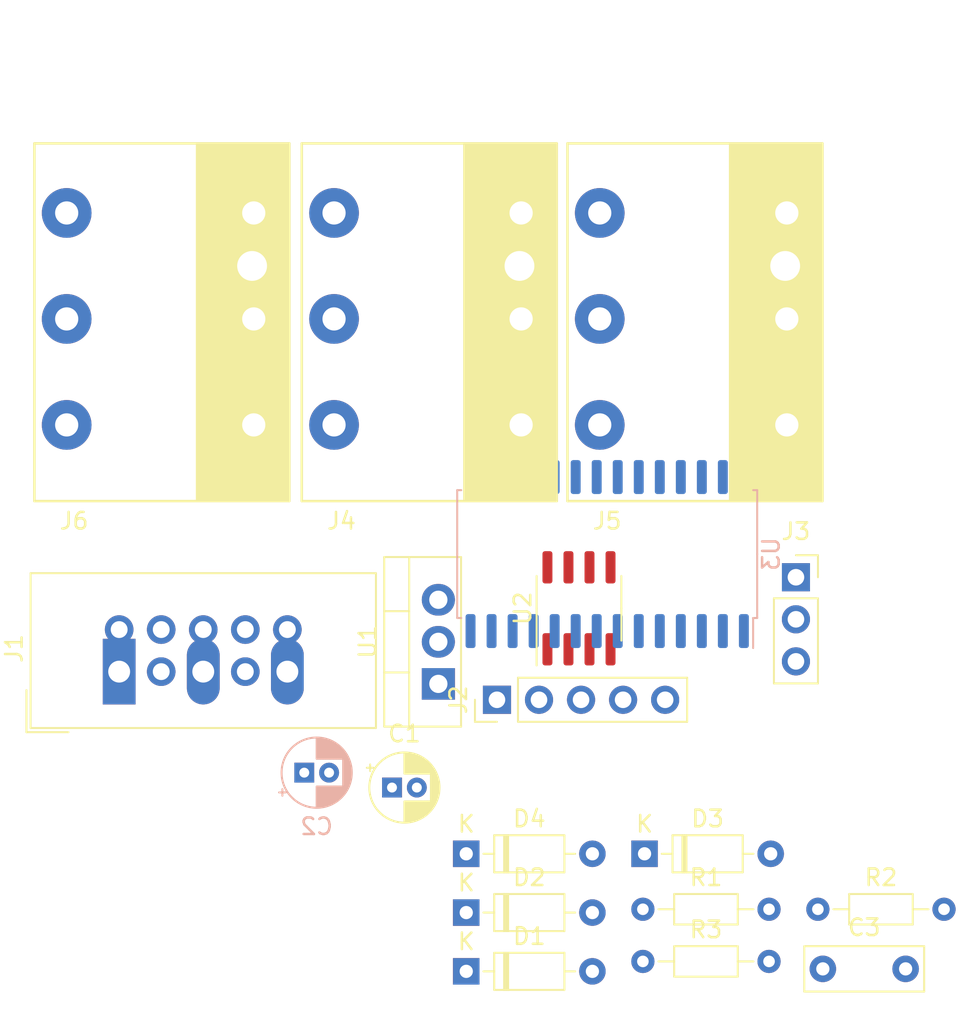
<source format=kicad_pcb>
(kicad_pcb (version 20171130) (host pcbnew "(5.1.5)-3")

  (general
    (thickness 1.6)
    (drawings 0)
    (tracks 0)
    (zones 0)
    (modules 19)
    (nets 44)
  )

  (page A4)
  (layers
    (0 F.Cu signal)
    (31 B.Cu signal)
    (32 B.Adhes user)
    (33 F.Adhes user)
    (34 B.Paste user)
    (35 F.Paste user)
    (36 B.SilkS user)
    (37 F.SilkS user)
    (38 B.Mask user)
    (39 F.Mask user)
    (40 Dwgs.User user)
    (41 Cmts.User user)
    (42 Eco1.User user)
    (43 Eco2.User user)
    (44 Edge.Cuts user)
    (45 Margin user)
    (46 B.CrtYd user)
    (47 F.CrtYd user)
    (48 B.Fab user)
    (49 F.Fab user)
  )

  (setup
    (last_trace_width 0.25)
    (trace_clearance 0.2)
    (zone_clearance 0.508)
    (zone_45_only no)
    (trace_min 0.2)
    (via_size 0.8)
    (via_drill 0.4)
    (via_min_size 0.4)
    (via_min_drill 0.3)
    (uvia_size 0.3)
    (uvia_drill 0.1)
    (uvias_allowed no)
    (uvia_min_size 0.2)
    (uvia_min_drill 0.1)
    (edge_width 0.05)
    (segment_width 0.2)
    (pcb_text_width 0.3)
    (pcb_text_size 1.5 1.5)
    (mod_edge_width 0.12)
    (mod_text_size 1 1)
    (mod_text_width 0.15)
    (pad_size 1.524 1.524)
    (pad_drill 0.762)
    (pad_to_mask_clearance 0.051)
    (solder_mask_min_width 0.25)
    (aux_axis_origin 0 0)
    (visible_elements 7FFFFFFF)
    (pcbplotparams
      (layerselection 0x010fc_ffffffff)
      (usegerberextensions false)
      (usegerberattributes false)
      (usegerberadvancedattributes false)
      (creategerberjobfile false)
      (excludeedgelayer true)
      (linewidth 0.100000)
      (plotframeref false)
      (viasonmask false)
      (mode 1)
      (useauxorigin false)
      (hpglpennumber 1)
      (hpglpenspeed 20)
      (hpglpendiameter 15.000000)
      (psnegative false)
      (psa4output false)
      (plotreference true)
      (plotvalue true)
      (plotinvisibletext false)
      (padsonsilk false)
      (subtractmaskfromsilk false)
      (outputformat 1)
      (mirror false)
      (drillshape 1)
      (scaleselection 1)
      (outputdirectory ""))
  )

  (net 0 "")
  (net 1 GND)
  (net 2 +12V)
  (net 3 +5V)
  (net 4 /CV)
  (net 5 /GATE)
  (net 6 -12V)
  (net 7 /PGC)
  (net 8 /PGD)
  (net 9 /~MCLR)
  (net 10 /RX)
  (net 11 /TX)
  (net 12 "Net-(J4-PadSN)")
  (net 13 "Net-(J4-PadT)")
  (net 14 "Net-(J4-PadR)")
  (net 15 "Net-(J4-PadRN)")
  (net 16 "Net-(J5-PadSN)")
  (net 17 "Net-(J5-PadT)")
  (net 18 "Net-(J5-PadTN)")
  (net 19 "Net-(J5-PadR)")
  (net 20 "Net-(J5-PadRN)")
  (net 21 "Net-(J6-PadSN)")
  (net 22 "Net-(J6-PadT)")
  (net 23 "Net-(J6-PadR)")
  (net 24 "Net-(J6-PadRN)")
  (net 25 "Net-(R2-Pad2)")
  (net 26 /DAC1OUT1)
  (net 27 "Net-(U3-Pad24)")
  (net 28 "Net-(U3-Pad23)")
  (net 29 "Net-(U3-Pad22)")
  (net 30 "Net-(U3-Pad21)")
  (net 31 "Net-(U3-Pad18)")
  (net 32 "Net-(U3-Pad17)")
  (net 33 "Net-(U3-Pad16)")
  (net 34 "Net-(U3-Pad15)")
  (net 35 "Net-(U3-Pad14)")
  (net 36 "Net-(U3-Pad13)")
  (net 37 "Net-(U3-Pad12)")
  (net 38 "Net-(U3-Pad11)")
  (net 39 "Net-(U3-Pad10)")
  (net 40 "Net-(U3-Pad9)")
  (net 41 "Net-(U3-Pad7)")
  (net 42 "Net-(U3-Pad6)")
  (net 43 "Net-(U3-Pad5)")

  (net_class Default "Ceci est la Netclass par défaut."
    (clearance 0.2)
    (trace_width 0.25)
    (via_dia 0.8)
    (via_drill 0.4)
    (uvia_dia 0.3)
    (uvia_drill 0.1)
    (add_net +12V)
    (add_net +5V)
    (add_net -12V)
    (add_net /CV)
    (add_net /DAC1OUT1)
    (add_net /GATE)
    (add_net /PGC)
    (add_net /PGD)
    (add_net /RX)
    (add_net /TX)
    (add_net /~MCLR)
    (add_net GND)
    (add_net "Net-(J4-PadR)")
    (add_net "Net-(J4-PadRN)")
    (add_net "Net-(J4-PadSN)")
    (add_net "Net-(J4-PadT)")
    (add_net "Net-(J5-PadR)")
    (add_net "Net-(J5-PadRN)")
    (add_net "Net-(J5-PadSN)")
    (add_net "Net-(J5-PadT)")
    (add_net "Net-(J5-PadTN)")
    (add_net "Net-(J6-PadR)")
    (add_net "Net-(J6-PadRN)")
    (add_net "Net-(J6-PadSN)")
    (add_net "Net-(J6-PadT)")
    (add_net "Net-(R2-Pad2)")
    (add_net "Net-(U3-Pad10)")
    (add_net "Net-(U3-Pad11)")
    (add_net "Net-(U3-Pad12)")
    (add_net "Net-(U3-Pad13)")
    (add_net "Net-(U3-Pad14)")
    (add_net "Net-(U3-Pad15)")
    (add_net "Net-(U3-Pad16)")
    (add_net "Net-(U3-Pad17)")
    (add_net "Net-(U3-Pad18)")
    (add_net "Net-(U3-Pad21)")
    (add_net "Net-(U3-Pad22)")
    (add_net "Net-(U3-Pad23)")
    (add_net "Net-(U3-Pad24)")
    (add_net "Net-(U3-Pad5)")
    (add_net "Net-(U3-Pad6)")
    (add_net "Net-(U3-Pad7)")
    (add_net "Net-(U3-Pad9)")
  )

  (module Package_SO:SOIC-8_3.9x4.9mm_P1.27mm (layer F.Cu) (tedit 5D9F72B1) (tstamp 5F40CD9C)
    (at 47.895 51.375 90)
    (descr "SOIC, 8 Pin (JEDEC MS-012AA, https://www.analog.com/media/en/package-pcb-resources/package/pkg_pdf/soic_narrow-r/r_8.pdf), generated with kicad-footprint-generator ipc_gullwing_generator.py")
    (tags "SOIC SO")
    (path /6390A25F)
    (attr smd)
    (fp_text reference U2 (at 0 -3.4 90) (layer F.SilkS)
      (effects (font (size 1 1) (thickness 0.15)))
    )
    (fp_text value TL082 (at 0 3.4 90) (layer F.Fab)
      (effects (font (size 1 1) (thickness 0.15)))
    )
    (fp_text user %R (at 0 0 90) (layer F.Fab)
      (effects (font (size 0.98 0.98) (thickness 0.15)))
    )
    (fp_line (start 3.7 -2.7) (end -3.7 -2.7) (layer F.CrtYd) (width 0.05))
    (fp_line (start 3.7 2.7) (end 3.7 -2.7) (layer F.CrtYd) (width 0.05))
    (fp_line (start -3.7 2.7) (end 3.7 2.7) (layer F.CrtYd) (width 0.05))
    (fp_line (start -3.7 -2.7) (end -3.7 2.7) (layer F.CrtYd) (width 0.05))
    (fp_line (start -1.95 -1.475) (end -0.975 -2.45) (layer F.Fab) (width 0.1))
    (fp_line (start -1.95 2.45) (end -1.95 -1.475) (layer F.Fab) (width 0.1))
    (fp_line (start 1.95 2.45) (end -1.95 2.45) (layer F.Fab) (width 0.1))
    (fp_line (start 1.95 -2.45) (end 1.95 2.45) (layer F.Fab) (width 0.1))
    (fp_line (start -0.975 -2.45) (end 1.95 -2.45) (layer F.Fab) (width 0.1))
    (fp_line (start 0 -2.56) (end -3.45 -2.56) (layer F.SilkS) (width 0.12))
    (fp_line (start 0 -2.56) (end 1.95 -2.56) (layer F.SilkS) (width 0.12))
    (fp_line (start 0 2.56) (end -1.95 2.56) (layer F.SilkS) (width 0.12))
    (fp_line (start 0 2.56) (end 1.95 2.56) (layer F.SilkS) (width 0.12))
    (pad 8 smd roundrect (at 2.475 -1.905 90) (size 1.95 0.6) (layers F.Cu F.Paste F.Mask) (roundrect_rratio 0.25)
      (net 2 +12V))
    (pad 7 smd roundrect (at 2.475 -0.635 90) (size 1.95 0.6) (layers F.Cu F.Paste F.Mask) (roundrect_rratio 0.25)
      (net 25 "Net-(R2-Pad2)"))
    (pad 6 smd roundrect (at 2.475 0.635 90) (size 1.95 0.6) (layers F.Cu F.Paste F.Mask) (roundrect_rratio 0.25)
      (net 17 "Net-(J5-PadT)"))
    (pad 5 smd roundrect (at 2.475 1.905 90) (size 1.95 0.6) (layers F.Cu F.Paste F.Mask) (roundrect_rratio 0.25)
      (net 26 /DAC1OUT1))
    (pad 4 smd roundrect (at -2.475 1.905 90) (size 1.95 0.6) (layers F.Cu F.Paste F.Mask) (roundrect_rratio 0.25)
      (net 6 -12V))
    (pad 3 smd roundrect (at -2.475 0.635 90) (size 1.95 0.6) (layers F.Cu F.Paste F.Mask) (roundrect_rratio 0.25))
    (pad 2 smd roundrect (at -2.475 -0.635 90) (size 1.95 0.6) (layers F.Cu F.Paste F.Mask) (roundrect_rratio 0.25))
    (pad 1 smd roundrect (at -2.475 -1.905 90) (size 1.95 0.6) (layers F.Cu F.Paste F.Mask) (roundrect_rratio 0.25))
    (model ${KISYS3DMOD}/Package_SO.3dshapes/SOIC-8_3.9x4.9mm_P1.27mm.wrl
      (at (xyz 0 0 0))
      (scale (xyz 1 1 1))
      (rotate (xyz 0 0 0))
    )
  )

  (module Package_TO_SOT_THT:TO-220-3_Vertical (layer F.Cu) (tedit 5AC8BA0D) (tstamp 5F40CD80)
    (at 39.4 55.94 90)
    (descr "TO-220-3, Vertical, RM 2.54mm, see https://www.vishay.com/docs/66542/to-220-1.pdf")
    (tags "TO-220-3 Vertical RM 2.54mm")
    (path /5FC2FF98)
    (fp_text reference U1 (at 2.54 -4.27 90) (layer F.SilkS)
      (effects (font (size 1 1) (thickness 0.15)))
    )
    (fp_text value L7805 (at 2.54 2.5 90) (layer F.Fab)
      (effects (font (size 1 1) (thickness 0.15)))
    )
    (fp_text user %R (at 2.54 -4.27 90) (layer F.Fab)
      (effects (font (size 1 1) (thickness 0.15)))
    )
    (fp_line (start 7.79 -3.4) (end -2.71 -3.4) (layer F.CrtYd) (width 0.05))
    (fp_line (start 7.79 1.51) (end 7.79 -3.4) (layer F.CrtYd) (width 0.05))
    (fp_line (start -2.71 1.51) (end 7.79 1.51) (layer F.CrtYd) (width 0.05))
    (fp_line (start -2.71 -3.4) (end -2.71 1.51) (layer F.CrtYd) (width 0.05))
    (fp_line (start 4.391 -3.27) (end 4.391 -1.76) (layer F.SilkS) (width 0.12))
    (fp_line (start 0.69 -3.27) (end 0.69 -1.76) (layer F.SilkS) (width 0.12))
    (fp_line (start -2.58 -1.76) (end 7.66 -1.76) (layer F.SilkS) (width 0.12))
    (fp_line (start 7.66 -3.27) (end 7.66 1.371) (layer F.SilkS) (width 0.12))
    (fp_line (start -2.58 -3.27) (end -2.58 1.371) (layer F.SilkS) (width 0.12))
    (fp_line (start -2.58 1.371) (end 7.66 1.371) (layer F.SilkS) (width 0.12))
    (fp_line (start -2.58 -3.27) (end 7.66 -3.27) (layer F.SilkS) (width 0.12))
    (fp_line (start 4.39 -3.15) (end 4.39 -1.88) (layer F.Fab) (width 0.1))
    (fp_line (start 0.69 -3.15) (end 0.69 -1.88) (layer F.Fab) (width 0.1))
    (fp_line (start -2.46 -1.88) (end 7.54 -1.88) (layer F.Fab) (width 0.1))
    (fp_line (start 7.54 -3.15) (end -2.46 -3.15) (layer F.Fab) (width 0.1))
    (fp_line (start 7.54 1.25) (end 7.54 -3.15) (layer F.Fab) (width 0.1))
    (fp_line (start -2.46 1.25) (end 7.54 1.25) (layer F.Fab) (width 0.1))
    (fp_line (start -2.46 -3.15) (end -2.46 1.25) (layer F.Fab) (width 0.1))
    (pad 3 thru_hole oval (at 5.08 0 90) (size 1.905 2) (drill 1.1) (layers *.Cu *.Mask)
      (net 3 +5V))
    (pad 2 thru_hole oval (at 2.54 0 90) (size 1.905 2) (drill 1.1) (layers *.Cu *.Mask)
      (net 1 GND))
    (pad 1 thru_hole rect (at 0 0 90) (size 1.905 2) (drill 1.1) (layers *.Cu *.Mask)
      (net 2 +12V))
    (model ${KISYS3DMOD}/Package_TO_SOT_THT.3dshapes/TO-220-3_Vertical.wrl
      (at (xyz 0 0 0))
      (scale (xyz 1 1 1))
      (rotate (xyz 0 0 0))
    )
  )

  (module Package_SO:SOIC-28W_7.5x17.9mm_P1.27mm (layer B.Cu) (tedit 5D9F72B1) (tstamp 5F40D1D4)
    (at 49.6 48.1 90)
    (descr "SOIC, 28 Pin (JEDEC MS-013AE, https://www.analog.com/media/en/package-pcb-resources/package/35833120341221rw_28.pdf), generated with kicad-footprint-generator ipc_gullwing_generator.py")
    (tags "SOIC SO")
    (path /6293769C)
    (attr smd)
    (fp_text reference U3 (at 0 9.9 90) (layer B.SilkS)
      (effects (font (size 1 1) (thickness 0.15)) (justify mirror))
    )
    (fp_text value PIC18F26Q43 (at 0 -9.9 90) (layer B.Fab)
      (effects (font (size 1 1) (thickness 0.15)) (justify mirror))
    )
    (fp_text user %R (at 0 0 90) (layer B.Fab)
      (effects (font (size 1 1) (thickness 0.15)) (justify mirror))
    )
    (fp_line (start 5.93 9.2) (end -5.93 9.2) (layer B.CrtYd) (width 0.05))
    (fp_line (start 5.93 -9.2) (end 5.93 9.2) (layer B.CrtYd) (width 0.05))
    (fp_line (start -5.93 -9.2) (end 5.93 -9.2) (layer B.CrtYd) (width 0.05))
    (fp_line (start -5.93 9.2) (end -5.93 -9.2) (layer B.CrtYd) (width 0.05))
    (fp_line (start -3.75 7.95) (end -2.75 8.95) (layer B.Fab) (width 0.1))
    (fp_line (start -3.75 -8.95) (end -3.75 7.95) (layer B.Fab) (width 0.1))
    (fp_line (start 3.75 -8.95) (end -3.75 -8.95) (layer B.Fab) (width 0.1))
    (fp_line (start 3.75 8.95) (end 3.75 -8.95) (layer B.Fab) (width 0.1))
    (fp_line (start -2.75 8.95) (end 3.75 8.95) (layer B.Fab) (width 0.1))
    (fp_line (start -3.86 8.815) (end -5.675 8.815) (layer B.SilkS) (width 0.12))
    (fp_line (start -3.86 9.06) (end -3.86 8.815) (layer B.SilkS) (width 0.12))
    (fp_line (start 0 9.06) (end -3.86 9.06) (layer B.SilkS) (width 0.12))
    (fp_line (start 3.86 9.06) (end 3.86 8.815) (layer B.SilkS) (width 0.12))
    (fp_line (start 0 9.06) (end 3.86 9.06) (layer B.SilkS) (width 0.12))
    (fp_line (start -3.86 -9.06) (end -3.86 -8.815) (layer B.SilkS) (width 0.12))
    (fp_line (start 0 -9.06) (end -3.86 -9.06) (layer B.SilkS) (width 0.12))
    (fp_line (start 3.86 -9.06) (end 3.86 -8.815) (layer B.SilkS) (width 0.12))
    (fp_line (start 0 -9.06) (end 3.86 -9.06) (layer B.SilkS) (width 0.12))
    (pad 28 smd roundrect (at 4.65 8.255 90) (size 2.05 0.6) (layers B.Cu B.Paste B.Mask) (roundrect_rratio 0.25)
      (net 8 /PGD))
    (pad 27 smd roundrect (at 4.65 6.985 90) (size 2.05 0.6) (layers B.Cu B.Paste B.Mask) (roundrect_rratio 0.25)
      (net 7 /PGC))
    (pad 26 smd roundrect (at 4.65 5.715 90) (size 2.05 0.6) (layers B.Cu B.Paste B.Mask) (roundrect_rratio 0.25)
      (net 10 /RX))
    (pad 25 smd roundrect (at 4.65 4.445 90) (size 2.05 0.6) (layers B.Cu B.Paste B.Mask) (roundrect_rratio 0.25)
      (net 11 /TX))
    (pad 24 smd roundrect (at 4.65 3.175 90) (size 2.05 0.6) (layers B.Cu B.Paste B.Mask) (roundrect_rratio 0.25)
      (net 27 "Net-(U3-Pad24)"))
    (pad 23 smd roundrect (at 4.65 1.905 90) (size 2.05 0.6) (layers B.Cu B.Paste B.Mask) (roundrect_rratio 0.25)
      (net 28 "Net-(U3-Pad23)"))
    (pad 22 smd roundrect (at 4.65 0.635 90) (size 2.05 0.6) (layers B.Cu B.Paste B.Mask) (roundrect_rratio 0.25)
      (net 29 "Net-(U3-Pad22)"))
    (pad 21 smd roundrect (at 4.65 -0.635 90) (size 2.05 0.6) (layers B.Cu B.Paste B.Mask) (roundrect_rratio 0.25)
      (net 30 "Net-(U3-Pad21)"))
    (pad 20 smd roundrect (at 4.65 -1.905 90) (size 2.05 0.6) (layers B.Cu B.Paste B.Mask) (roundrect_rratio 0.25)
      (net 3 +5V))
    (pad 19 smd roundrect (at 4.65 -3.175 90) (size 2.05 0.6) (layers B.Cu B.Paste B.Mask) (roundrect_rratio 0.25)
      (net 1 GND))
    (pad 18 smd roundrect (at 4.65 -4.445 90) (size 2.05 0.6) (layers B.Cu B.Paste B.Mask) (roundrect_rratio 0.25)
      (net 31 "Net-(U3-Pad18)"))
    (pad 17 smd roundrect (at 4.65 -5.715 90) (size 2.05 0.6) (layers B.Cu B.Paste B.Mask) (roundrect_rratio 0.25)
      (net 32 "Net-(U3-Pad17)"))
    (pad 16 smd roundrect (at 4.65 -6.985 90) (size 2.05 0.6) (layers B.Cu B.Paste B.Mask) (roundrect_rratio 0.25)
      (net 33 "Net-(U3-Pad16)"))
    (pad 15 smd roundrect (at 4.65 -8.255 90) (size 2.05 0.6) (layers B.Cu B.Paste B.Mask) (roundrect_rratio 0.25)
      (net 34 "Net-(U3-Pad15)"))
    (pad 14 smd roundrect (at -4.65 -8.255 90) (size 2.05 0.6) (layers B.Cu B.Paste B.Mask) (roundrect_rratio 0.25)
      (net 35 "Net-(U3-Pad14)"))
    (pad 13 smd roundrect (at -4.65 -6.985 90) (size 2.05 0.6) (layers B.Cu B.Paste B.Mask) (roundrect_rratio 0.25)
      (net 36 "Net-(U3-Pad13)"))
    (pad 12 smd roundrect (at -4.65 -5.715 90) (size 2.05 0.6) (layers B.Cu B.Paste B.Mask) (roundrect_rratio 0.25)
      (net 37 "Net-(U3-Pad12)"))
    (pad 11 smd roundrect (at -4.65 -4.445 90) (size 2.05 0.6) (layers B.Cu B.Paste B.Mask) (roundrect_rratio 0.25)
      (net 38 "Net-(U3-Pad11)"))
    (pad 10 smd roundrect (at -4.65 -3.175 90) (size 2.05 0.6) (layers B.Cu B.Paste B.Mask) (roundrect_rratio 0.25)
      (net 39 "Net-(U3-Pad10)"))
    (pad 9 smd roundrect (at -4.65 -1.905 90) (size 2.05 0.6) (layers B.Cu B.Paste B.Mask) (roundrect_rratio 0.25)
      (net 40 "Net-(U3-Pad9)"))
    (pad 8 smd roundrect (at -4.65 -0.635 90) (size 2.05 0.6) (layers B.Cu B.Paste B.Mask) (roundrect_rratio 0.25)
      (net 1 GND))
    (pad 7 smd roundrect (at -4.65 0.635 90) (size 2.05 0.6) (layers B.Cu B.Paste B.Mask) (roundrect_rratio 0.25)
      (net 41 "Net-(U3-Pad7)"))
    (pad 6 smd roundrect (at -4.65 1.905 90) (size 2.05 0.6) (layers B.Cu B.Paste B.Mask) (roundrect_rratio 0.25)
      (net 42 "Net-(U3-Pad6)"))
    (pad 5 smd roundrect (at -4.65 3.175 90) (size 2.05 0.6) (layers B.Cu B.Paste B.Mask) (roundrect_rratio 0.25)
      (net 43 "Net-(U3-Pad5)"))
    (pad 4 smd roundrect (at -4.65 4.445 90) (size 2.05 0.6) (layers B.Cu B.Paste B.Mask) (roundrect_rratio 0.25)
      (net 26 /DAC1OUT1))
    (pad 3 smd roundrect (at -4.65 5.715 90) (size 2.05 0.6) (layers B.Cu B.Paste B.Mask) (roundrect_rratio 0.25)
      (net 5 /GATE))
    (pad 2 smd roundrect (at -4.65 6.985 90) (size 2.05 0.6) (layers B.Cu B.Paste B.Mask) (roundrect_rratio 0.25)
      (net 4 /CV))
    (pad 1 smd roundrect (at -4.65 8.255 90) (size 2.05 0.6) (layers B.Cu B.Paste B.Mask) (roundrect_rratio 0.25)
      (net 9 /~MCLR))
    (model ${KISYS3DMOD}/Package_SO.3dshapes/SOIC-28W_7.5x17.9mm_P1.27mm.wrl
      (at (xyz 0 0 0))
      (scale (xyz 1 1 1))
      (rotate (xyz 0 0 0))
    )
  )

  (module Resistor_THT:R_Axial_DIN0204_L3.6mm_D1.6mm_P7.62mm_Horizontal (layer F.Cu) (tedit 5AE5139B) (tstamp 5F40CD60)
    (at 51.755199 72.7)
    (descr "Resistor, Axial_DIN0204 series, Axial, Horizontal, pin pitch=7.62mm, 0.167W, length*diameter=3.6*1.6mm^2, http://cdn-reichelt.de/documents/datenblatt/B400/1_4W%23YAG.pdf")
    (tags "Resistor Axial_DIN0204 series Axial Horizontal pin pitch 7.62mm 0.167W length 3.6mm diameter 1.6mm")
    (path /6398D072)
    (fp_text reference R3 (at 3.81 -1.92) (layer F.SilkS)
      (effects (font (size 1 1) (thickness 0.15)))
    )
    (fp_text value 100k (at 3.81 1.92) (layer F.Fab)
      (effects (font (size 1 1) (thickness 0.15)))
    )
    (fp_text user %R (at 3.81 0) (layer F.Fab)
      (effects (font (size 0.72 0.72) (thickness 0.108)))
    )
    (fp_line (start 8.57 -1.05) (end -0.95 -1.05) (layer F.CrtYd) (width 0.05))
    (fp_line (start 8.57 1.05) (end 8.57 -1.05) (layer F.CrtYd) (width 0.05))
    (fp_line (start -0.95 1.05) (end 8.57 1.05) (layer F.CrtYd) (width 0.05))
    (fp_line (start -0.95 -1.05) (end -0.95 1.05) (layer F.CrtYd) (width 0.05))
    (fp_line (start 6.68 0) (end 5.73 0) (layer F.SilkS) (width 0.12))
    (fp_line (start 0.94 0) (end 1.89 0) (layer F.SilkS) (width 0.12))
    (fp_line (start 5.73 -0.92) (end 1.89 -0.92) (layer F.SilkS) (width 0.12))
    (fp_line (start 5.73 0.92) (end 5.73 -0.92) (layer F.SilkS) (width 0.12))
    (fp_line (start 1.89 0.92) (end 5.73 0.92) (layer F.SilkS) (width 0.12))
    (fp_line (start 1.89 -0.92) (end 1.89 0.92) (layer F.SilkS) (width 0.12))
    (fp_line (start 7.62 0) (end 5.61 0) (layer F.Fab) (width 0.1))
    (fp_line (start 0 0) (end 2.01 0) (layer F.Fab) (width 0.1))
    (fp_line (start 5.61 -0.8) (end 2.01 -0.8) (layer F.Fab) (width 0.1))
    (fp_line (start 5.61 0.8) (end 5.61 -0.8) (layer F.Fab) (width 0.1))
    (fp_line (start 2.01 0.8) (end 5.61 0.8) (layer F.Fab) (width 0.1))
    (fp_line (start 2.01 -0.8) (end 2.01 0.8) (layer F.Fab) (width 0.1))
    (pad 2 thru_hole oval (at 7.62 0) (size 1.4 1.4) (drill 0.7) (layers *.Cu *.Mask)
      (net 22 "Net-(J6-PadT)"))
    (pad 1 thru_hole circle (at 0 0) (size 1.4 1.4) (drill 0.7) (layers *.Cu *.Mask)
      (net 5 /GATE))
    (model ${KISYS3DMOD}/Resistor_THT.3dshapes/R_Axial_DIN0204_L3.6mm_D1.6mm_P7.62mm_Horizontal.wrl
      (at (xyz 0 0 0))
      (scale (xyz 1 1 1))
      (rotate (xyz 0 0 0))
    )
  )

  (module Resistor_THT:R_Axial_DIN0204_L3.6mm_D1.6mm_P7.62mm_Horizontal (layer F.Cu) (tedit 5AE5139B) (tstamp 5F40CD49)
    (at 62.325199 69.55)
    (descr "Resistor, Axial_DIN0204 series, Axial, Horizontal, pin pitch=7.62mm, 0.167W, length*diameter=3.6*1.6mm^2, http://cdn-reichelt.de/documents/datenblatt/B400/1_4W%23YAG.pdf")
    (tags "Resistor Axial_DIN0204 series Axial Horizontal pin pitch 7.62mm 0.167W length 3.6mm diameter 1.6mm")
    (path /6038AB7F)
    (fp_text reference R2 (at 3.81 -1.92) (layer F.SilkS)
      (effects (font (size 1 1) (thickness 0.15)))
    )
    (fp_text value 1k (at 3.81 1.92) (layer F.Fab)
      (effects (font (size 1 1) (thickness 0.15)))
    )
    (fp_text user %R (at 3.81 0) (layer F.Fab)
      (effects (font (size 0.72 0.72) (thickness 0.108)))
    )
    (fp_line (start 8.57 -1.05) (end -0.95 -1.05) (layer F.CrtYd) (width 0.05))
    (fp_line (start 8.57 1.05) (end 8.57 -1.05) (layer F.CrtYd) (width 0.05))
    (fp_line (start -0.95 1.05) (end 8.57 1.05) (layer F.CrtYd) (width 0.05))
    (fp_line (start -0.95 -1.05) (end -0.95 1.05) (layer F.CrtYd) (width 0.05))
    (fp_line (start 6.68 0) (end 5.73 0) (layer F.SilkS) (width 0.12))
    (fp_line (start 0.94 0) (end 1.89 0) (layer F.SilkS) (width 0.12))
    (fp_line (start 5.73 -0.92) (end 1.89 -0.92) (layer F.SilkS) (width 0.12))
    (fp_line (start 5.73 0.92) (end 5.73 -0.92) (layer F.SilkS) (width 0.12))
    (fp_line (start 1.89 0.92) (end 5.73 0.92) (layer F.SilkS) (width 0.12))
    (fp_line (start 1.89 -0.92) (end 1.89 0.92) (layer F.SilkS) (width 0.12))
    (fp_line (start 7.62 0) (end 5.61 0) (layer F.Fab) (width 0.1))
    (fp_line (start 0 0) (end 2.01 0) (layer F.Fab) (width 0.1))
    (fp_line (start 5.61 -0.8) (end 2.01 -0.8) (layer F.Fab) (width 0.1))
    (fp_line (start 5.61 0.8) (end 5.61 -0.8) (layer F.Fab) (width 0.1))
    (fp_line (start 2.01 0.8) (end 5.61 0.8) (layer F.Fab) (width 0.1))
    (fp_line (start 2.01 -0.8) (end 2.01 0.8) (layer F.Fab) (width 0.1))
    (pad 2 thru_hole oval (at 7.62 0) (size 1.4 1.4) (drill 0.7) (layers *.Cu *.Mask)
      (net 25 "Net-(R2-Pad2)"))
    (pad 1 thru_hole circle (at 0 0) (size 1.4 1.4) (drill 0.7) (layers *.Cu *.Mask)
      (net 17 "Net-(J5-PadT)"))
    (model ${KISYS3DMOD}/Resistor_THT.3dshapes/R_Axial_DIN0204_L3.6mm_D1.6mm_P7.62mm_Horizontal.wrl
      (at (xyz 0 0 0))
      (scale (xyz 1 1 1))
      (rotate (xyz 0 0 0))
    )
  )

  (module Resistor_THT:R_Axial_DIN0204_L3.6mm_D1.6mm_P7.62mm_Horizontal (layer F.Cu) (tedit 5AE5139B) (tstamp 5F40CD32)
    (at 51.755199 69.55)
    (descr "Resistor, Axial_DIN0204 series, Axial, Horizontal, pin pitch=7.62mm, 0.167W, length*diameter=3.6*1.6mm^2, http://cdn-reichelt.de/documents/datenblatt/B400/1_4W%23YAG.pdf")
    (tags "Resistor Axial_DIN0204 series Axial Horizontal pin pitch 7.62mm 0.167W length 3.6mm diameter 1.6mm")
    (path /63902B86)
    (fp_text reference R1 (at 3.81 -1.92) (layer F.SilkS)
      (effects (font (size 1 1) (thickness 0.15)))
    )
    (fp_text value 100k (at 3.81 1.92) (layer F.Fab)
      (effects (font (size 1 1) (thickness 0.15)))
    )
    (fp_text user %R (at 3.81 0) (layer F.Fab)
      (effects (font (size 0.72 0.72) (thickness 0.108)))
    )
    (fp_line (start 8.57 -1.05) (end -0.95 -1.05) (layer F.CrtYd) (width 0.05))
    (fp_line (start 8.57 1.05) (end 8.57 -1.05) (layer F.CrtYd) (width 0.05))
    (fp_line (start -0.95 1.05) (end 8.57 1.05) (layer F.CrtYd) (width 0.05))
    (fp_line (start -0.95 -1.05) (end -0.95 1.05) (layer F.CrtYd) (width 0.05))
    (fp_line (start 6.68 0) (end 5.73 0) (layer F.SilkS) (width 0.12))
    (fp_line (start 0.94 0) (end 1.89 0) (layer F.SilkS) (width 0.12))
    (fp_line (start 5.73 -0.92) (end 1.89 -0.92) (layer F.SilkS) (width 0.12))
    (fp_line (start 5.73 0.92) (end 5.73 -0.92) (layer F.SilkS) (width 0.12))
    (fp_line (start 1.89 0.92) (end 5.73 0.92) (layer F.SilkS) (width 0.12))
    (fp_line (start 1.89 -0.92) (end 1.89 0.92) (layer F.SilkS) (width 0.12))
    (fp_line (start 7.62 0) (end 5.61 0) (layer F.Fab) (width 0.1))
    (fp_line (start 0 0) (end 2.01 0) (layer F.Fab) (width 0.1))
    (fp_line (start 5.61 -0.8) (end 2.01 -0.8) (layer F.Fab) (width 0.1))
    (fp_line (start 5.61 0.8) (end 5.61 -0.8) (layer F.Fab) (width 0.1))
    (fp_line (start 2.01 0.8) (end 5.61 0.8) (layer F.Fab) (width 0.1))
    (fp_line (start 2.01 -0.8) (end 2.01 0.8) (layer F.Fab) (width 0.1))
    (pad 2 thru_hole oval (at 7.62 0) (size 1.4 1.4) (drill 0.7) (layers *.Cu *.Mask)
      (net 13 "Net-(J4-PadT)"))
    (pad 1 thru_hole circle (at 0 0) (size 1.4 1.4) (drill 0.7) (layers *.Cu *.Mask)
      (net 4 /CV))
    (model ${KISYS3DMOD}/Resistor_THT.3dshapes/R_Axial_DIN0204_L3.6mm_D1.6mm_P7.62mm_Horizontal.wrl
      (at (xyz 0 0 0))
      (scale (xyz 1 1 1))
      (rotate (xyz 0 0 0))
    )
  )

  (module telec:PJ-611C (layer F.Cu) (tedit 5F398A94) (tstamp 5F40CD1B)
    (at 24 30.7 180)
    (path /6392F26C)
    (fp_text reference J6 (at 6.6 -15.4) (layer F.SilkS)
      (effects (font (size 1 1) (thickness 0.15)))
    )
    (fp_text value GATE (at 6.2 11.6 90) (layer F.Fab)
      (effects (font (size 1 1) (thickness 0.15)))
    )
    (fp_poly (pts (xy -0.8 7.4) (xy -6.4 7.4) (xy -6.4 -14.2) (xy -0.8 -14.2)) (layer F.SilkS) (width 0.1))
    (fp_line (start -6.4 7.4) (end -6.4 -14.2) (layer F.SilkS) (width 0.15))
    (fp_line (start 9 7.4) (end -6.4 7.4) (layer F.SilkS) (width 0.15))
    (fp_line (start 9 -14.2) (end 9 7.4) (layer F.SilkS) (width 0.15))
    (fp_line (start -6.4 -14.2) (end 9 -14.2) (layer F.SilkS) (width 0.15))
    (fp_line (start -4.2 12.8) (end 4.8 11.4) (layer F.Fab) (width 0.12))
    (fp_line (start -4.2 11.6) (end 4.8 10.2) (layer F.Fab) (width 0.12))
    (fp_line (start -4.2 10.4) (end 4.8 9) (layer F.Fab) (width 0.12))
    (fp_line (start -4.2 9.2) (end 4.8 8) (layer F.Fab) (width 0.12))
    (fp_line (start -4.2 7.4) (end 4.8 7.4) (layer F.Fab) (width 0.12))
    (fp_line (start -4.2 13) (end 4.8 13) (layer F.Fab) (width 0.12))
    (fp_line (start -2.4 -16.6) (end -4.2 -14.2) (layer F.Fab) (width 0.12))
    (fp_line (start 2.4 -16.6) (end -2.4 -16.6) (layer F.Fab) (width 0.12))
    (fp_line (start 4.2 -14.2) (end 2.4 -16.6) (layer F.Fab) (width 0.12))
    (fp_line (start 9 -14.2) (end 4.2 -14.2) (layer F.Fab) (width 0.12))
    (fp_line (start 9 7.4) (end 9 -14.2) (layer F.Fab) (width 0.12))
    (fp_line (start 4.8 7.4) (end 9 7.4) (layer F.Fab) (width 0.12))
    (fp_line (start 4.8 15.8) (end 4.8 7.4) (layer F.Fab) (width 0.12))
    (fp_line (start -4.2 15.8) (end 4.8 15.8) (layer F.Fab) (width 0.12))
    (fp_line (start -4.2 7.4) (end -4.2 15.8) (layer F.Fab) (width 0.12))
    (fp_line (start -6.4 7.4) (end -4.2 7.4) (layer F.Fab) (width 0.12))
    (fp_line (start -6.4 -14.2) (end -6.4 7.4) (layer F.Fab) (width 0.12))
    (fp_line (start -4.2 -14.2) (end -6.4 -14.2) (layer F.Fab) (width 0.12))
    (fp_line (start -6.6 16) (end -6.6 -16.8) (layer F.CrtYd) (width 0.12))
    (fp_line (start 9.2 16) (end -6.6 16) (layer F.CrtYd) (width 0.12))
    (fp_line (start 9.2 -16.8) (end 9.2 16) (layer F.CrtYd) (width 0.12))
    (fp_line (start -6.6 -16.8) (end 9.2 -16.8) (layer F.CrtYd) (width 0.12))
    (pad "" np_thru_hole circle (at -4.15 0 180) (size 1.8 1.8) (drill 1.8) (layers *.Cu *.Mask))
    (pad "" np_thru_hole circle (at 6.95 0 180) (size 1.8 1.8) (drill 1.8) (layers *.Cu *.Mask))
    (pad S thru_hole circle (at 7.05 3.2 180) (size 3 3) (drill 1.4) (layers *.Cu *.Mask)
      (net 1 GND))
    (pad SN thru_hole circle (at -4.25 3.2 180) (size 3 3) (drill 1.4) (layers *.Cu *.Mask)
      (net 21 "Net-(J6-PadSN)"))
    (pad T thru_hole circle (at 7.05 -9.6 270) (size 3 3) (drill 1.4) (layers *.Cu *.Mask)
      (net 22 "Net-(J6-PadT)"))
    (pad TN thru_hole circle (at -4.25 -9.6 180) (size 3 3) (drill 1.4) (layers *.Cu *.Mask)
      (net 1 GND))
    (pad R thru_hole circle (at 7.05 -3.2 180) (size 3 3) (drill 1.4) (layers *.Cu *.Mask)
      (net 23 "Net-(J6-PadR)"))
    (pad RN thru_hole circle (at -4.25 -3.2 180) (size 3 3) (drill 1.4) (layers *.Cu *.Mask)
      (net 24 "Net-(J6-PadRN)"))
  )

  (module telec:PJ-611C (layer F.Cu) (tedit 5F398A94) (tstamp 5F40CCF4)
    (at 56.2 30.7 180)
    (path /63933C34)
    (fp_text reference J5 (at 6.6 -15.4) (layer F.SilkS)
      (effects (font (size 1 1) (thickness 0.15)))
    )
    (fp_text value OUT (at 6.2 11.6 90) (layer F.Fab)
      (effects (font (size 1 1) (thickness 0.15)))
    )
    (fp_poly (pts (xy -0.8 7.4) (xy -6.4 7.4) (xy -6.4 -14.2) (xy -0.8 -14.2)) (layer F.SilkS) (width 0.1))
    (fp_line (start -6.4 7.4) (end -6.4 -14.2) (layer F.SilkS) (width 0.15))
    (fp_line (start 9 7.4) (end -6.4 7.4) (layer F.SilkS) (width 0.15))
    (fp_line (start 9 -14.2) (end 9 7.4) (layer F.SilkS) (width 0.15))
    (fp_line (start -6.4 -14.2) (end 9 -14.2) (layer F.SilkS) (width 0.15))
    (fp_line (start -4.2 12.8) (end 4.8 11.4) (layer F.Fab) (width 0.12))
    (fp_line (start -4.2 11.6) (end 4.8 10.2) (layer F.Fab) (width 0.12))
    (fp_line (start -4.2 10.4) (end 4.8 9) (layer F.Fab) (width 0.12))
    (fp_line (start -4.2 9.2) (end 4.8 8) (layer F.Fab) (width 0.12))
    (fp_line (start -4.2 7.4) (end 4.8 7.4) (layer F.Fab) (width 0.12))
    (fp_line (start -4.2 13) (end 4.8 13) (layer F.Fab) (width 0.12))
    (fp_line (start -2.4 -16.6) (end -4.2 -14.2) (layer F.Fab) (width 0.12))
    (fp_line (start 2.4 -16.6) (end -2.4 -16.6) (layer F.Fab) (width 0.12))
    (fp_line (start 4.2 -14.2) (end 2.4 -16.6) (layer F.Fab) (width 0.12))
    (fp_line (start 9 -14.2) (end 4.2 -14.2) (layer F.Fab) (width 0.12))
    (fp_line (start 9 7.4) (end 9 -14.2) (layer F.Fab) (width 0.12))
    (fp_line (start 4.8 7.4) (end 9 7.4) (layer F.Fab) (width 0.12))
    (fp_line (start 4.8 15.8) (end 4.8 7.4) (layer F.Fab) (width 0.12))
    (fp_line (start -4.2 15.8) (end 4.8 15.8) (layer F.Fab) (width 0.12))
    (fp_line (start -4.2 7.4) (end -4.2 15.8) (layer F.Fab) (width 0.12))
    (fp_line (start -6.4 7.4) (end -4.2 7.4) (layer F.Fab) (width 0.12))
    (fp_line (start -6.4 -14.2) (end -6.4 7.4) (layer F.Fab) (width 0.12))
    (fp_line (start -4.2 -14.2) (end -6.4 -14.2) (layer F.Fab) (width 0.12))
    (fp_line (start -6.6 16) (end -6.6 -16.8) (layer F.CrtYd) (width 0.12))
    (fp_line (start 9.2 16) (end -6.6 16) (layer F.CrtYd) (width 0.12))
    (fp_line (start 9.2 -16.8) (end 9.2 16) (layer F.CrtYd) (width 0.12))
    (fp_line (start -6.6 -16.8) (end 9.2 -16.8) (layer F.CrtYd) (width 0.12))
    (pad "" np_thru_hole circle (at -4.15 0 180) (size 1.8 1.8) (drill 1.8) (layers *.Cu *.Mask))
    (pad "" np_thru_hole circle (at 6.95 0 180) (size 1.8 1.8) (drill 1.8) (layers *.Cu *.Mask))
    (pad S thru_hole circle (at 7.05 3.2 180) (size 3 3) (drill 1.4) (layers *.Cu *.Mask)
      (net 1 GND))
    (pad SN thru_hole circle (at -4.25 3.2 180) (size 3 3) (drill 1.4) (layers *.Cu *.Mask)
      (net 16 "Net-(J5-PadSN)"))
    (pad T thru_hole circle (at 7.05 -9.6 270) (size 3 3) (drill 1.4) (layers *.Cu *.Mask)
      (net 17 "Net-(J5-PadT)"))
    (pad TN thru_hole circle (at -4.25 -9.6 180) (size 3 3) (drill 1.4) (layers *.Cu *.Mask)
      (net 18 "Net-(J5-PadTN)"))
    (pad R thru_hole circle (at 7.05 -3.2 180) (size 3 3) (drill 1.4) (layers *.Cu *.Mask)
      (net 19 "Net-(J5-PadR)"))
    (pad RN thru_hole circle (at -4.25 -3.2 180) (size 3 3) (drill 1.4) (layers *.Cu *.Mask)
      (net 20 "Net-(J5-PadRN)"))
  )

  (module telec:PJ-611C (layer F.Cu) (tedit 5F398A94) (tstamp 5F40CCCD)
    (at 40.15 30.7 180)
    (path /63900DD5)
    (fp_text reference J4 (at 6.6 -15.4) (layer F.SilkS)
      (effects (font (size 1 1) (thickness 0.15)))
    )
    (fp_text value CV (at 6.2 11.6 90) (layer F.Fab)
      (effects (font (size 1 1) (thickness 0.15)))
    )
    (fp_poly (pts (xy -0.8 7.4) (xy -6.4 7.4) (xy -6.4 -14.2) (xy -0.8 -14.2)) (layer F.SilkS) (width 0.1))
    (fp_line (start -6.4 7.4) (end -6.4 -14.2) (layer F.SilkS) (width 0.15))
    (fp_line (start 9 7.4) (end -6.4 7.4) (layer F.SilkS) (width 0.15))
    (fp_line (start 9 -14.2) (end 9 7.4) (layer F.SilkS) (width 0.15))
    (fp_line (start -6.4 -14.2) (end 9 -14.2) (layer F.SilkS) (width 0.15))
    (fp_line (start -4.2 12.8) (end 4.8 11.4) (layer F.Fab) (width 0.12))
    (fp_line (start -4.2 11.6) (end 4.8 10.2) (layer F.Fab) (width 0.12))
    (fp_line (start -4.2 10.4) (end 4.8 9) (layer F.Fab) (width 0.12))
    (fp_line (start -4.2 9.2) (end 4.8 8) (layer F.Fab) (width 0.12))
    (fp_line (start -4.2 7.4) (end 4.8 7.4) (layer F.Fab) (width 0.12))
    (fp_line (start -4.2 13) (end 4.8 13) (layer F.Fab) (width 0.12))
    (fp_line (start -2.4 -16.6) (end -4.2 -14.2) (layer F.Fab) (width 0.12))
    (fp_line (start 2.4 -16.6) (end -2.4 -16.6) (layer F.Fab) (width 0.12))
    (fp_line (start 4.2 -14.2) (end 2.4 -16.6) (layer F.Fab) (width 0.12))
    (fp_line (start 9 -14.2) (end 4.2 -14.2) (layer F.Fab) (width 0.12))
    (fp_line (start 9 7.4) (end 9 -14.2) (layer F.Fab) (width 0.12))
    (fp_line (start 4.8 7.4) (end 9 7.4) (layer F.Fab) (width 0.12))
    (fp_line (start 4.8 15.8) (end 4.8 7.4) (layer F.Fab) (width 0.12))
    (fp_line (start -4.2 15.8) (end 4.8 15.8) (layer F.Fab) (width 0.12))
    (fp_line (start -4.2 7.4) (end -4.2 15.8) (layer F.Fab) (width 0.12))
    (fp_line (start -6.4 7.4) (end -4.2 7.4) (layer F.Fab) (width 0.12))
    (fp_line (start -6.4 -14.2) (end -6.4 7.4) (layer F.Fab) (width 0.12))
    (fp_line (start -4.2 -14.2) (end -6.4 -14.2) (layer F.Fab) (width 0.12))
    (fp_line (start -6.6 16) (end -6.6 -16.8) (layer F.CrtYd) (width 0.12))
    (fp_line (start 9.2 16) (end -6.6 16) (layer F.CrtYd) (width 0.12))
    (fp_line (start 9.2 -16.8) (end 9.2 16) (layer F.CrtYd) (width 0.12))
    (fp_line (start -6.6 -16.8) (end 9.2 -16.8) (layer F.CrtYd) (width 0.12))
    (pad "" np_thru_hole circle (at -4.15 0 180) (size 1.8 1.8) (drill 1.8) (layers *.Cu *.Mask))
    (pad "" np_thru_hole circle (at 6.95 0 180) (size 1.8 1.8) (drill 1.8) (layers *.Cu *.Mask))
    (pad S thru_hole circle (at 7.05 3.2 180) (size 3 3) (drill 1.4) (layers *.Cu *.Mask)
      (net 1 GND))
    (pad SN thru_hole circle (at -4.25 3.2 180) (size 3 3) (drill 1.4) (layers *.Cu *.Mask)
      (net 12 "Net-(J4-PadSN)"))
    (pad T thru_hole circle (at 7.05 -9.6 270) (size 3 3) (drill 1.4) (layers *.Cu *.Mask)
      (net 13 "Net-(J4-PadT)"))
    (pad TN thru_hole circle (at -4.25 -9.6 180) (size 3 3) (drill 1.4) (layers *.Cu *.Mask)
      (net 1 GND))
    (pad R thru_hole circle (at 7.05 -3.2 180) (size 3 3) (drill 1.4) (layers *.Cu *.Mask)
      (net 14 "Net-(J4-PadR)"))
    (pad RN thru_hole circle (at -4.25 -3.2 180) (size 3 3) (drill 1.4) (layers *.Cu *.Mask)
      (net 15 "Net-(J4-PadRN)"))
  )

  (module Connector_PinSocket_2.54mm:PinSocket_1x03_P2.54mm_Vertical (layer F.Cu) (tedit 5A19A429) (tstamp 5F40CCA6)
    (at 61 49.5)
    (descr "Through hole straight socket strip, 1x03, 2.54mm pitch, single row (from Kicad 4.0.7), script generated")
    (tags "Through hole socket strip THT 1x03 2.54mm single row")
    (path /63ACCF62)
    (fp_text reference J3 (at 0 -2.77) (layer F.SilkS)
      (effects (font (size 1 1) (thickness 0.15)))
    )
    (fp_text value UART (at 0 7.85) (layer F.Fab)
      (effects (font (size 1 1) (thickness 0.15)))
    )
    (fp_text user %R (at 0 2.54 90) (layer F.Fab)
      (effects (font (size 1 1) (thickness 0.15)))
    )
    (fp_line (start -1.8 6.85) (end -1.8 -1.8) (layer F.CrtYd) (width 0.05))
    (fp_line (start 1.75 6.85) (end -1.8 6.85) (layer F.CrtYd) (width 0.05))
    (fp_line (start 1.75 -1.8) (end 1.75 6.85) (layer F.CrtYd) (width 0.05))
    (fp_line (start -1.8 -1.8) (end 1.75 -1.8) (layer F.CrtYd) (width 0.05))
    (fp_line (start 0 -1.33) (end 1.33 -1.33) (layer F.SilkS) (width 0.12))
    (fp_line (start 1.33 -1.33) (end 1.33 0) (layer F.SilkS) (width 0.12))
    (fp_line (start 1.33 1.27) (end 1.33 6.41) (layer F.SilkS) (width 0.12))
    (fp_line (start -1.33 6.41) (end 1.33 6.41) (layer F.SilkS) (width 0.12))
    (fp_line (start -1.33 1.27) (end -1.33 6.41) (layer F.SilkS) (width 0.12))
    (fp_line (start -1.33 1.27) (end 1.33 1.27) (layer F.SilkS) (width 0.12))
    (fp_line (start -1.27 6.35) (end -1.27 -1.27) (layer F.Fab) (width 0.1))
    (fp_line (start 1.27 6.35) (end -1.27 6.35) (layer F.Fab) (width 0.1))
    (fp_line (start 1.27 -0.635) (end 1.27 6.35) (layer F.Fab) (width 0.1))
    (fp_line (start 0.635 -1.27) (end 1.27 -0.635) (layer F.Fab) (width 0.1))
    (fp_line (start -1.27 -1.27) (end 0.635 -1.27) (layer F.Fab) (width 0.1))
    (pad 3 thru_hole oval (at 0 5.08) (size 1.7 1.7) (drill 1) (layers *.Cu *.Mask)
      (net 10 /RX))
    (pad 2 thru_hole oval (at 0 2.54) (size 1.7 1.7) (drill 1) (layers *.Cu *.Mask)
      (net 1 GND))
    (pad 1 thru_hole rect (at 0 0) (size 1.7 1.7) (drill 1) (layers *.Cu *.Mask)
      (net 11 /TX))
    (model ${KISYS3DMOD}/Connector_PinSocket_2.54mm.3dshapes/PinSocket_1x03_P2.54mm_Vertical.wrl
      (at (xyz 0 0 0))
      (scale (xyz 1 1 1))
      (rotate (xyz 0 0 0))
    )
  )

  (module Connector_PinHeader_2.54mm:PinHeader_1x05_P2.54mm_Vertical (layer F.Cu) (tedit 59FED5CC) (tstamp 5F40D7F1)
    (at 42.94 56.9 90)
    (descr "Through hole straight pin header, 1x05, 2.54mm pitch, single row")
    (tags "Through hole pin header THT 1x05 2.54mm single row")
    (path /62DF90FC)
    (fp_text reference J2 (at 0 -2.33 90) (layer F.SilkS)
      (effects (font (size 1 1) (thickness 0.15)))
    )
    (fp_text value Conn_Pickit_5 (at 0 12.49 90) (layer F.Fab)
      (effects (font (size 1 1) (thickness 0.15)))
    )
    (fp_text user %R (at 0 5.08) (layer F.Fab)
      (effects (font (size 1 1) (thickness 0.15)))
    )
    (fp_line (start 1.8 -1.8) (end -1.8 -1.8) (layer F.CrtYd) (width 0.05))
    (fp_line (start 1.8 11.95) (end 1.8 -1.8) (layer F.CrtYd) (width 0.05))
    (fp_line (start -1.8 11.95) (end 1.8 11.95) (layer F.CrtYd) (width 0.05))
    (fp_line (start -1.8 -1.8) (end -1.8 11.95) (layer F.CrtYd) (width 0.05))
    (fp_line (start -1.33 -1.33) (end 0 -1.33) (layer F.SilkS) (width 0.12))
    (fp_line (start -1.33 0) (end -1.33 -1.33) (layer F.SilkS) (width 0.12))
    (fp_line (start -1.33 1.27) (end 1.33 1.27) (layer F.SilkS) (width 0.12))
    (fp_line (start 1.33 1.27) (end 1.33 11.49) (layer F.SilkS) (width 0.12))
    (fp_line (start -1.33 1.27) (end -1.33 11.49) (layer F.SilkS) (width 0.12))
    (fp_line (start -1.33 11.49) (end 1.33 11.49) (layer F.SilkS) (width 0.12))
    (fp_line (start -1.27 -0.635) (end -0.635 -1.27) (layer F.Fab) (width 0.1))
    (fp_line (start -1.27 11.43) (end -1.27 -0.635) (layer F.Fab) (width 0.1))
    (fp_line (start 1.27 11.43) (end -1.27 11.43) (layer F.Fab) (width 0.1))
    (fp_line (start 1.27 -1.27) (end 1.27 11.43) (layer F.Fab) (width 0.1))
    (fp_line (start -0.635 -1.27) (end 1.27 -1.27) (layer F.Fab) (width 0.1))
    (pad 5 thru_hole oval (at 0 10.16 90) (size 1.7 1.7) (drill 1) (layers *.Cu *.Mask)
      (net 7 /PGC))
    (pad 4 thru_hole oval (at 0 7.62 90) (size 1.7 1.7) (drill 1) (layers *.Cu *.Mask)
      (net 8 /PGD))
    (pad 3 thru_hole oval (at 0 5.08 90) (size 1.7 1.7) (drill 1) (layers *.Cu *.Mask)
      (net 1 GND))
    (pad 2 thru_hole oval (at 0 2.54 90) (size 1.7 1.7) (drill 1) (layers *.Cu *.Mask)
      (net 3 +5V))
    (pad 1 thru_hole rect (at 0 0 90) (size 1.7 1.7) (drill 1) (layers *.Cu *.Mask)
      (net 9 /~MCLR))
    (model ${KISYS3DMOD}/Connector_PinHeader_2.54mm.3dshapes/PinHeader_1x05_P2.54mm_Vertical.wrl
      (at (xyz 0 0 0))
      (scale (xyz 1 1 1))
      (rotate (xyz 0 0 0))
    )
  )

  (module telec:EuroPower (layer F.Cu) (tedit 5F3264B7) (tstamp 5F40CC76)
    (at 20.12 55.2 90)
    (path /6048A7D0)
    (fp_text reference J1 (at 1.397 -6.35 90) (layer F.SilkS)
      (effects (font (size 1 1) (thickness 0.15)))
    )
    (fp_text value EuroPower (at 1.27 16.51 90) (layer F.Fab)
      (effects (font (size 1 1) (thickness 0.15)))
    )
    (fp_text user %R (at 1.27 -3.429 90) (layer F.Fab)
      (effects (font (size 1 1) (thickness 0.15)))
    )
    (fp_line (start 5.145 14.7) (end -2.605 14.7) (layer F.Fab) (width 0.1))
    (fp_line (start 5.695 15.26) (end 5.145 14.7) (layer F.Fab) (width 0.1))
    (fp_line (start -2.605 7.33) (end -2.605 14.7) (layer F.Fab) (width 0.1))
    (fp_line (start -3.405 15.51) (end -3.405 -5.35) (layer F.SilkS) (width 0.12))
    (fp_line (start 5.95 -5.35) (end 5.95 15.51) (layer F.CrtYd) (width 0.05))
    (fp_line (start -3.155 -5.1) (end -3.155 15.26) (layer F.Fab) (width 0.1))
    (fp_line (start 5.945 -5.35) (end 5.945 15.51) (layer F.SilkS) (width 0.12))
    (fp_line (start -3.41 -5.35) (end 5.95 -5.35) (layer F.CrtYd) (width 0.05))
    (fp_line (start 5.695 -5.1) (end -3.155 -5.1) (layer F.Fab) (width 0.1))
    (fp_line (start -2.605 -4.56) (end -2.605 2.83) (layer F.Fab) (width 0.1))
    (fp_line (start -3.655 -5.6) (end -3.655 -3.06) (layer F.SilkS) (width 0.12))
    (fp_line (start 5.695 -5.1) (end 5.695 15.26) (layer F.Fab) (width 0.1))
    (fp_line (start -3.155 -5.1) (end -2.605 -4.56) (layer F.Fab) (width 0.1))
    (fp_line (start -2.605 7.33) (end -3.155 7.33) (layer F.Fab) (width 0.1))
    (fp_line (start -3.405 -5.35) (end 5.945 -5.35) (layer F.SilkS) (width 0.12))
    (fp_line (start 5.95 15.51) (end -3.41 15.51) (layer F.CrtYd) (width 0.05))
    (fp_line (start -3.655 -5.6) (end -1.115 -5.6) (layer F.SilkS) (width 0.12))
    (fp_line (start 5.695 15.26) (end -3.155 15.26) (layer F.Fab) (width 0.1))
    (fp_line (start 5.945 15.51) (end -3.405 15.51) (layer F.SilkS) (width 0.12))
    (fp_line (start -3.41 15.51) (end -3.41 -5.35) (layer F.CrtYd) (width 0.05))
    (fp_line (start -3.155 15.26) (end -2.605 14.7) (layer F.Fab) (width 0.1))
    (fp_line (start 5.695 -5.1) (end 5.145 -4.56) (layer F.Fab) (width 0.1))
    (fp_line (start -2.605 2.83) (end -3.155 2.83) (layer F.Fab) (width 0.1))
    (fp_line (start 5.145 -4.56) (end 5.145 14.7) (layer F.Fab) (width 0.1))
    (fp_line (start 5.145 -4.56) (end -2.605 -4.56) (layer F.Fab) (width 0.1))
    (pad 3 thru_hole oval (at 0 10.16) (size 1.98 3.96) (drill 1.32) (layers *.Cu *.Mask)
      (net 2 +12V))
    (pad 1 thru_hole rect (at 0 0) (size 1.98 3.96) (drill 1.32) (layers *.Cu *.Mask)
      (net 6 -12V))
    (pad 2 thru_hole oval (at 0 5.08) (size 1.98 3.96) (drill 1.32) (layers *.Cu *.Mask)
      (net 1 GND))
    (pad 2 thru_hole oval (at 0 7.62 90) (size 1.7272 1.7272) (drill 1.016) (layers *.Cu *.Mask)
      (net 1 GND))
    (pad 2 thru_hole oval (at 2.54 7.62 90) (size 1.7272 1.7272) (drill 1.016) (layers *.Cu *.Mask)
      (net 1 GND))
    (pad 2 thru_hole oval (at 2.54 5.08 90) (size 1.7272 1.7272) (drill 1.016) (layers *.Cu *.Mask)
      (net 1 GND))
    (pad 3 thru_hole oval (at 2.54 10.16 90) (size 1.7272 1.7272) (drill 1.016) (layers *.Cu *.Mask)
      (net 2 +12V))
    (pad 2 thru_hole oval (at 0 2.54 90) (size 1.7272 1.7272) (drill 1.016) (layers *.Cu *.Mask)
      (net 1 GND))
    (pad 2 thru_hole oval (at 2.54 2.54 90) (size 1.7272 1.7272) (drill 1.016) (layers *.Cu *.Mask)
      (net 1 GND))
    (pad 1 thru_hole oval (at 2.54 0 90) (size 1.7272 1.7272) (drill 1.016) (layers *.Cu *.Mask)
      (net 6 -12V))
  )

  (module Diode_THT:D_DO-35_SOD27_P7.62mm_Horizontal (layer F.Cu) (tedit 5AE50CD5) (tstamp 5F40CC4E)
    (at 41.085199 66.2)
    (descr "Diode, DO-35_SOD27 series, Axial, Horizontal, pin pitch=7.62mm, , length*diameter=4*2mm^2, , http://www.diodes.com/_files/packages/DO-35.pdf")
    (tags "Diode DO-35_SOD27 series Axial Horizontal pin pitch 7.62mm  length 4mm diameter 2mm")
    (path /6398D07A)
    (fp_text reference D4 (at 3.81 -2.12) (layer F.SilkS)
      (effects (font (size 1 1) (thickness 0.15)))
    )
    (fp_text value 1N4148 (at 3.81 2.12) (layer F.Fab)
      (effects (font (size 1 1) (thickness 0.15)))
    )
    (fp_text user K (at 0 -1.8) (layer F.SilkS)
      (effects (font (size 1 1) (thickness 0.15)))
    )
    (fp_text user K (at 0 -1.8) (layer F.Fab)
      (effects (font (size 1 1) (thickness 0.15)))
    )
    (fp_text user %R (at 4.11 0) (layer F.Fab)
      (effects (font (size 0.8 0.8) (thickness 0.12)))
    )
    (fp_line (start 8.67 -1.25) (end -1.05 -1.25) (layer F.CrtYd) (width 0.05))
    (fp_line (start 8.67 1.25) (end 8.67 -1.25) (layer F.CrtYd) (width 0.05))
    (fp_line (start -1.05 1.25) (end 8.67 1.25) (layer F.CrtYd) (width 0.05))
    (fp_line (start -1.05 -1.25) (end -1.05 1.25) (layer F.CrtYd) (width 0.05))
    (fp_line (start 2.29 -1.12) (end 2.29 1.12) (layer F.SilkS) (width 0.12))
    (fp_line (start 2.53 -1.12) (end 2.53 1.12) (layer F.SilkS) (width 0.12))
    (fp_line (start 2.41 -1.12) (end 2.41 1.12) (layer F.SilkS) (width 0.12))
    (fp_line (start 6.58 0) (end 5.93 0) (layer F.SilkS) (width 0.12))
    (fp_line (start 1.04 0) (end 1.69 0) (layer F.SilkS) (width 0.12))
    (fp_line (start 5.93 -1.12) (end 1.69 -1.12) (layer F.SilkS) (width 0.12))
    (fp_line (start 5.93 1.12) (end 5.93 -1.12) (layer F.SilkS) (width 0.12))
    (fp_line (start 1.69 1.12) (end 5.93 1.12) (layer F.SilkS) (width 0.12))
    (fp_line (start 1.69 -1.12) (end 1.69 1.12) (layer F.SilkS) (width 0.12))
    (fp_line (start 2.31 -1) (end 2.31 1) (layer F.Fab) (width 0.1))
    (fp_line (start 2.51 -1) (end 2.51 1) (layer F.Fab) (width 0.1))
    (fp_line (start 2.41 -1) (end 2.41 1) (layer F.Fab) (width 0.1))
    (fp_line (start 7.62 0) (end 5.81 0) (layer F.Fab) (width 0.1))
    (fp_line (start 0 0) (end 1.81 0) (layer F.Fab) (width 0.1))
    (fp_line (start 5.81 -1) (end 1.81 -1) (layer F.Fab) (width 0.1))
    (fp_line (start 5.81 1) (end 5.81 -1) (layer F.Fab) (width 0.1))
    (fp_line (start 1.81 1) (end 5.81 1) (layer F.Fab) (width 0.1))
    (fp_line (start 1.81 -1) (end 1.81 1) (layer F.Fab) (width 0.1))
    (pad 2 thru_hole oval (at 7.62 0) (size 1.6 1.6) (drill 0.8) (layers *.Cu *.Mask)
      (net 1 GND))
    (pad 1 thru_hole rect (at 0 0) (size 1.6 1.6) (drill 0.8) (layers *.Cu *.Mask)
      (net 5 /GATE))
    (model ${KISYS3DMOD}/Diode_THT.3dshapes/D_DO-35_SOD27_P7.62mm_Horizontal.wrl
      (at (xyz 0 0 0))
      (scale (xyz 1 1 1))
      (rotate (xyz 0 0 0))
    )
  )

  (module Diode_THT:D_DO-35_SOD27_P7.62mm_Horizontal (layer F.Cu) (tedit 5AE50CD5) (tstamp 5F40CC2F)
    (at 51.855199 66.2)
    (descr "Diode, DO-35_SOD27 series, Axial, Horizontal, pin pitch=7.62mm, , length*diameter=4*2mm^2, , http://www.diodes.com/_files/packages/DO-35.pdf")
    (tags "Diode DO-35_SOD27 series Axial Horizontal pin pitch 7.62mm  length 4mm diameter 2mm")
    (path /6398D06C)
    (fp_text reference D3 (at 3.81 -2.12) (layer F.SilkS)
      (effects (font (size 1 1) (thickness 0.15)))
    )
    (fp_text value 1N4148 (at 3.81 2.12) (layer F.Fab)
      (effects (font (size 1 1) (thickness 0.15)))
    )
    (fp_text user K (at 0 -1.8) (layer F.SilkS)
      (effects (font (size 1 1) (thickness 0.15)))
    )
    (fp_text user K (at 0 -1.8) (layer F.Fab)
      (effects (font (size 1 1) (thickness 0.15)))
    )
    (fp_text user %R (at 4.11 0) (layer F.Fab)
      (effects (font (size 0.8 0.8) (thickness 0.12)))
    )
    (fp_line (start 8.67 -1.25) (end -1.05 -1.25) (layer F.CrtYd) (width 0.05))
    (fp_line (start 8.67 1.25) (end 8.67 -1.25) (layer F.CrtYd) (width 0.05))
    (fp_line (start -1.05 1.25) (end 8.67 1.25) (layer F.CrtYd) (width 0.05))
    (fp_line (start -1.05 -1.25) (end -1.05 1.25) (layer F.CrtYd) (width 0.05))
    (fp_line (start 2.29 -1.12) (end 2.29 1.12) (layer F.SilkS) (width 0.12))
    (fp_line (start 2.53 -1.12) (end 2.53 1.12) (layer F.SilkS) (width 0.12))
    (fp_line (start 2.41 -1.12) (end 2.41 1.12) (layer F.SilkS) (width 0.12))
    (fp_line (start 6.58 0) (end 5.93 0) (layer F.SilkS) (width 0.12))
    (fp_line (start 1.04 0) (end 1.69 0) (layer F.SilkS) (width 0.12))
    (fp_line (start 5.93 -1.12) (end 1.69 -1.12) (layer F.SilkS) (width 0.12))
    (fp_line (start 5.93 1.12) (end 5.93 -1.12) (layer F.SilkS) (width 0.12))
    (fp_line (start 1.69 1.12) (end 5.93 1.12) (layer F.SilkS) (width 0.12))
    (fp_line (start 1.69 -1.12) (end 1.69 1.12) (layer F.SilkS) (width 0.12))
    (fp_line (start 2.31 -1) (end 2.31 1) (layer F.Fab) (width 0.1))
    (fp_line (start 2.51 -1) (end 2.51 1) (layer F.Fab) (width 0.1))
    (fp_line (start 2.41 -1) (end 2.41 1) (layer F.Fab) (width 0.1))
    (fp_line (start 7.62 0) (end 5.81 0) (layer F.Fab) (width 0.1))
    (fp_line (start 0 0) (end 1.81 0) (layer F.Fab) (width 0.1))
    (fp_line (start 5.81 -1) (end 1.81 -1) (layer F.Fab) (width 0.1))
    (fp_line (start 5.81 1) (end 5.81 -1) (layer F.Fab) (width 0.1))
    (fp_line (start 1.81 1) (end 5.81 1) (layer F.Fab) (width 0.1))
    (fp_line (start 1.81 -1) (end 1.81 1) (layer F.Fab) (width 0.1))
    (pad 2 thru_hole oval (at 7.62 0) (size 1.6 1.6) (drill 0.8) (layers *.Cu *.Mask)
      (net 5 /GATE))
    (pad 1 thru_hole rect (at 0 0) (size 1.6 1.6) (drill 0.8) (layers *.Cu *.Mask)
      (net 3 +5V))
    (model ${KISYS3DMOD}/Diode_THT.3dshapes/D_DO-35_SOD27_P7.62mm_Horizontal.wrl
      (at (xyz 0 0 0))
      (scale (xyz 1 1 1))
      (rotate (xyz 0 0 0))
    )
  )

  (module Diode_THT:D_DO-35_SOD27_P7.62mm_Horizontal (layer F.Cu) (tedit 5AE50CD5) (tstamp 5F40CC10)
    (at 41.085199 69.75)
    (descr "Diode, DO-35_SOD27 series, Axial, Horizontal, pin pitch=7.62mm, , length*diameter=4*2mm^2, , http://www.diodes.com/_files/packages/DO-35.pdf")
    (tags "Diode DO-35_SOD27 series Axial Horizontal pin pitch 7.62mm  length 4mm diameter 2mm")
    (path /6398222E)
    (fp_text reference D2 (at 3.81 -2.12) (layer F.SilkS)
      (effects (font (size 1 1) (thickness 0.15)))
    )
    (fp_text value 1N4148 (at 3.81 2.12) (layer F.Fab)
      (effects (font (size 1 1) (thickness 0.15)))
    )
    (fp_text user K (at 0 -1.8) (layer F.SilkS)
      (effects (font (size 1 1) (thickness 0.15)))
    )
    (fp_text user K (at 0 -1.8) (layer F.Fab)
      (effects (font (size 1 1) (thickness 0.15)))
    )
    (fp_text user %R (at 4.11 0) (layer F.Fab)
      (effects (font (size 0.8 0.8) (thickness 0.12)))
    )
    (fp_line (start 8.67 -1.25) (end -1.05 -1.25) (layer F.CrtYd) (width 0.05))
    (fp_line (start 8.67 1.25) (end 8.67 -1.25) (layer F.CrtYd) (width 0.05))
    (fp_line (start -1.05 1.25) (end 8.67 1.25) (layer F.CrtYd) (width 0.05))
    (fp_line (start -1.05 -1.25) (end -1.05 1.25) (layer F.CrtYd) (width 0.05))
    (fp_line (start 2.29 -1.12) (end 2.29 1.12) (layer F.SilkS) (width 0.12))
    (fp_line (start 2.53 -1.12) (end 2.53 1.12) (layer F.SilkS) (width 0.12))
    (fp_line (start 2.41 -1.12) (end 2.41 1.12) (layer F.SilkS) (width 0.12))
    (fp_line (start 6.58 0) (end 5.93 0) (layer F.SilkS) (width 0.12))
    (fp_line (start 1.04 0) (end 1.69 0) (layer F.SilkS) (width 0.12))
    (fp_line (start 5.93 -1.12) (end 1.69 -1.12) (layer F.SilkS) (width 0.12))
    (fp_line (start 5.93 1.12) (end 5.93 -1.12) (layer F.SilkS) (width 0.12))
    (fp_line (start 1.69 1.12) (end 5.93 1.12) (layer F.SilkS) (width 0.12))
    (fp_line (start 1.69 -1.12) (end 1.69 1.12) (layer F.SilkS) (width 0.12))
    (fp_line (start 2.31 -1) (end 2.31 1) (layer F.Fab) (width 0.1))
    (fp_line (start 2.51 -1) (end 2.51 1) (layer F.Fab) (width 0.1))
    (fp_line (start 2.41 -1) (end 2.41 1) (layer F.Fab) (width 0.1))
    (fp_line (start 7.62 0) (end 5.81 0) (layer F.Fab) (width 0.1))
    (fp_line (start 0 0) (end 1.81 0) (layer F.Fab) (width 0.1))
    (fp_line (start 5.81 -1) (end 1.81 -1) (layer F.Fab) (width 0.1))
    (fp_line (start 5.81 1) (end 5.81 -1) (layer F.Fab) (width 0.1))
    (fp_line (start 1.81 1) (end 5.81 1) (layer F.Fab) (width 0.1))
    (fp_line (start 1.81 -1) (end 1.81 1) (layer F.Fab) (width 0.1))
    (pad 2 thru_hole oval (at 7.62 0) (size 1.6 1.6) (drill 0.8) (layers *.Cu *.Mask)
      (net 1 GND))
    (pad 1 thru_hole rect (at 0 0) (size 1.6 1.6) (drill 0.8) (layers *.Cu *.Mask)
      (net 4 /CV))
    (model ${KISYS3DMOD}/Diode_THT.3dshapes/D_DO-35_SOD27_P7.62mm_Horizontal.wrl
      (at (xyz 0 0 0))
      (scale (xyz 1 1 1))
      (rotate (xyz 0 0 0))
    )
  )

  (module Diode_THT:D_DO-35_SOD27_P7.62mm_Horizontal (layer F.Cu) (tedit 5AE50CD5) (tstamp 5F40CBF1)
    (at 41.085199 73.3)
    (descr "Diode, DO-35_SOD27 series, Axial, Horizontal, pin pitch=7.62mm, , length*diameter=4*2mm^2, , http://www.diodes.com/_files/packages/DO-35.pdf")
    (tags "Diode DO-35_SOD27 series Axial Horizontal pin pitch 7.62mm  length 4mm diameter 2mm")
    (path /63901E89)
    (fp_text reference D1 (at 3.81 -2.12) (layer F.SilkS)
      (effects (font (size 1 1) (thickness 0.15)))
    )
    (fp_text value 1N4148 (at 3.81 2.12) (layer F.Fab)
      (effects (font (size 1 1) (thickness 0.15)))
    )
    (fp_text user K (at 0 -1.8) (layer F.SilkS)
      (effects (font (size 1 1) (thickness 0.15)))
    )
    (fp_text user K (at 0 -1.8) (layer F.Fab)
      (effects (font (size 1 1) (thickness 0.15)))
    )
    (fp_text user %R (at 4.11 0) (layer F.Fab)
      (effects (font (size 0.8 0.8) (thickness 0.12)))
    )
    (fp_line (start 8.67 -1.25) (end -1.05 -1.25) (layer F.CrtYd) (width 0.05))
    (fp_line (start 8.67 1.25) (end 8.67 -1.25) (layer F.CrtYd) (width 0.05))
    (fp_line (start -1.05 1.25) (end 8.67 1.25) (layer F.CrtYd) (width 0.05))
    (fp_line (start -1.05 -1.25) (end -1.05 1.25) (layer F.CrtYd) (width 0.05))
    (fp_line (start 2.29 -1.12) (end 2.29 1.12) (layer F.SilkS) (width 0.12))
    (fp_line (start 2.53 -1.12) (end 2.53 1.12) (layer F.SilkS) (width 0.12))
    (fp_line (start 2.41 -1.12) (end 2.41 1.12) (layer F.SilkS) (width 0.12))
    (fp_line (start 6.58 0) (end 5.93 0) (layer F.SilkS) (width 0.12))
    (fp_line (start 1.04 0) (end 1.69 0) (layer F.SilkS) (width 0.12))
    (fp_line (start 5.93 -1.12) (end 1.69 -1.12) (layer F.SilkS) (width 0.12))
    (fp_line (start 5.93 1.12) (end 5.93 -1.12) (layer F.SilkS) (width 0.12))
    (fp_line (start 1.69 1.12) (end 5.93 1.12) (layer F.SilkS) (width 0.12))
    (fp_line (start 1.69 -1.12) (end 1.69 1.12) (layer F.SilkS) (width 0.12))
    (fp_line (start 2.31 -1) (end 2.31 1) (layer F.Fab) (width 0.1))
    (fp_line (start 2.51 -1) (end 2.51 1) (layer F.Fab) (width 0.1))
    (fp_line (start 2.41 -1) (end 2.41 1) (layer F.Fab) (width 0.1))
    (fp_line (start 7.62 0) (end 5.81 0) (layer F.Fab) (width 0.1))
    (fp_line (start 0 0) (end 1.81 0) (layer F.Fab) (width 0.1))
    (fp_line (start 5.81 -1) (end 1.81 -1) (layer F.Fab) (width 0.1))
    (fp_line (start 5.81 1) (end 5.81 -1) (layer F.Fab) (width 0.1))
    (fp_line (start 1.81 1) (end 5.81 1) (layer F.Fab) (width 0.1))
    (fp_line (start 1.81 -1) (end 1.81 1) (layer F.Fab) (width 0.1))
    (pad 2 thru_hole oval (at 7.62 0) (size 1.6 1.6) (drill 0.8) (layers *.Cu *.Mask)
      (net 4 /CV))
    (pad 1 thru_hole rect (at 0 0) (size 1.6 1.6) (drill 0.8) (layers *.Cu *.Mask)
      (net 3 +5V))
    (model ${KISYS3DMOD}/Diode_THT.3dshapes/D_DO-35_SOD27_P7.62mm_Horizontal.wrl
      (at (xyz 0 0 0))
      (scale (xyz 1 1 1))
      (rotate (xyz 0 0 0))
    )
  )

  (module Capacitor_THT:C_Disc_D7.0mm_W2.5mm_P5.00mm (layer F.Cu) (tedit 5AE50EF0) (tstamp 5F40CBD2)
    (at 62.625199 73.15)
    (descr "C, Disc series, Radial, pin pitch=5.00mm, , diameter*width=7*2.5mm^2, Capacitor, http://cdn-reichelt.de/documents/datenblatt/B300/DS_KERKO_TC.pdf")
    (tags "C Disc series Radial pin pitch 5.00mm  diameter 7mm width 2.5mm Capacitor")
    (path /5FCC4A34)
    (fp_text reference C3 (at 2.5 -2.5) (layer F.SilkS)
      (effects (font (size 1 1) (thickness 0.15)))
    )
    (fp_text value 100n (at 2.5 2.5) (layer F.Fab)
      (effects (font (size 1 1) (thickness 0.15)))
    )
    (fp_text user %R (at 2.5 0) (layer F.Fab)
      (effects (font (size 1 1) (thickness 0.15)))
    )
    (fp_line (start 6.25 -1.5) (end -1.25 -1.5) (layer F.CrtYd) (width 0.05))
    (fp_line (start 6.25 1.5) (end 6.25 -1.5) (layer F.CrtYd) (width 0.05))
    (fp_line (start -1.25 1.5) (end 6.25 1.5) (layer F.CrtYd) (width 0.05))
    (fp_line (start -1.25 -1.5) (end -1.25 1.5) (layer F.CrtYd) (width 0.05))
    (fp_line (start 6.12 -1.37) (end 6.12 1.37) (layer F.SilkS) (width 0.12))
    (fp_line (start -1.12 -1.37) (end -1.12 1.37) (layer F.SilkS) (width 0.12))
    (fp_line (start -1.12 1.37) (end 6.12 1.37) (layer F.SilkS) (width 0.12))
    (fp_line (start -1.12 -1.37) (end 6.12 -1.37) (layer F.SilkS) (width 0.12))
    (fp_line (start 6 -1.25) (end -1 -1.25) (layer F.Fab) (width 0.1))
    (fp_line (start 6 1.25) (end 6 -1.25) (layer F.Fab) (width 0.1))
    (fp_line (start -1 1.25) (end 6 1.25) (layer F.Fab) (width 0.1))
    (fp_line (start -1 -1.25) (end -1 1.25) (layer F.Fab) (width 0.1))
    (pad 2 thru_hole circle (at 5 0) (size 1.6 1.6) (drill 0.8) (layers *.Cu *.Mask)
      (net 3 +5V))
    (pad 1 thru_hole circle (at 0 0) (size 1.6 1.6) (drill 0.8) (layers *.Cu *.Mask)
      (net 1 GND))
    (model ${KISYS3DMOD}/Capacitor_THT.3dshapes/C_Disc_D7.0mm_W2.5mm_P5.00mm.wrl
      (at (xyz 0 0 0))
      (scale (xyz 1 1 1))
      (rotate (xyz 0 0 0))
    )
  )

  (module Capacitor_THT:CP_Radial_D4.0mm_P1.50mm (layer B.Cu) (tedit 5AE50EF0) (tstamp 5F40CBBF)
    (at 31.3 61.3)
    (descr "CP, Radial series, Radial, pin pitch=1.50mm, , diameter=4mm, Electrolytic Capacitor")
    (tags "CP Radial series Radial pin pitch 1.50mm  diameter 4mm Electrolytic Capacitor")
    (path /63A0B7D8)
    (fp_text reference C2 (at 0.75 3.25) (layer B.SilkS)
      (effects (font (size 1 1) (thickness 0.15)) (justify mirror))
    )
    (fp_text value 1u (at 0.75 -3.25) (layer B.Fab)
      (effects (font (size 1 1) (thickness 0.15)) (justify mirror))
    )
    (fp_text user %R (at 0.75 0) (layer B.Fab)
      (effects (font (size 0.8 0.8) (thickness 0.12)) (justify mirror))
    )
    (fp_line (start -1.319801 1.395) (end -1.319801 0.995) (layer B.SilkS) (width 0.12))
    (fp_line (start -1.519801 1.195) (end -1.119801 1.195) (layer B.SilkS) (width 0.12))
    (fp_line (start 2.831 0.37) (end 2.831 -0.37) (layer B.SilkS) (width 0.12))
    (fp_line (start 2.791 0.537) (end 2.791 -0.537) (layer B.SilkS) (width 0.12))
    (fp_line (start 2.751 0.664) (end 2.751 -0.664) (layer B.SilkS) (width 0.12))
    (fp_line (start 2.711 0.768) (end 2.711 -0.768) (layer B.SilkS) (width 0.12))
    (fp_line (start 2.671 0.859) (end 2.671 -0.859) (layer B.SilkS) (width 0.12))
    (fp_line (start 2.631 0.94) (end 2.631 -0.94) (layer B.SilkS) (width 0.12))
    (fp_line (start 2.591 1.013) (end 2.591 -1.013) (layer B.SilkS) (width 0.12))
    (fp_line (start 2.551 1.08) (end 2.551 -1.08) (layer B.SilkS) (width 0.12))
    (fp_line (start 2.511 1.142) (end 2.511 -1.142) (layer B.SilkS) (width 0.12))
    (fp_line (start 2.471 1.2) (end 2.471 -1.2) (layer B.SilkS) (width 0.12))
    (fp_line (start 2.431 1.254) (end 2.431 -1.254) (layer B.SilkS) (width 0.12))
    (fp_line (start 2.391 1.304) (end 2.391 -1.304) (layer B.SilkS) (width 0.12))
    (fp_line (start 2.351 1.351) (end 2.351 -1.351) (layer B.SilkS) (width 0.12))
    (fp_line (start 2.311 -0.84) (end 2.311 -1.396) (layer B.SilkS) (width 0.12))
    (fp_line (start 2.311 1.396) (end 2.311 0.84) (layer B.SilkS) (width 0.12))
    (fp_line (start 2.271 -0.84) (end 2.271 -1.438) (layer B.SilkS) (width 0.12))
    (fp_line (start 2.271 1.438) (end 2.271 0.84) (layer B.SilkS) (width 0.12))
    (fp_line (start 2.231 -0.84) (end 2.231 -1.478) (layer B.SilkS) (width 0.12))
    (fp_line (start 2.231 1.478) (end 2.231 0.84) (layer B.SilkS) (width 0.12))
    (fp_line (start 2.191 -0.84) (end 2.191 -1.516) (layer B.SilkS) (width 0.12))
    (fp_line (start 2.191 1.516) (end 2.191 0.84) (layer B.SilkS) (width 0.12))
    (fp_line (start 2.151 -0.84) (end 2.151 -1.552) (layer B.SilkS) (width 0.12))
    (fp_line (start 2.151 1.552) (end 2.151 0.84) (layer B.SilkS) (width 0.12))
    (fp_line (start 2.111 -0.84) (end 2.111 -1.587) (layer B.SilkS) (width 0.12))
    (fp_line (start 2.111 1.587) (end 2.111 0.84) (layer B.SilkS) (width 0.12))
    (fp_line (start 2.071 -0.84) (end 2.071 -1.619) (layer B.SilkS) (width 0.12))
    (fp_line (start 2.071 1.619) (end 2.071 0.84) (layer B.SilkS) (width 0.12))
    (fp_line (start 2.031 -0.84) (end 2.031 -1.65) (layer B.SilkS) (width 0.12))
    (fp_line (start 2.031 1.65) (end 2.031 0.84) (layer B.SilkS) (width 0.12))
    (fp_line (start 1.991 -0.84) (end 1.991 -1.68) (layer B.SilkS) (width 0.12))
    (fp_line (start 1.991 1.68) (end 1.991 0.84) (layer B.SilkS) (width 0.12))
    (fp_line (start 1.951 -0.84) (end 1.951 -1.708) (layer B.SilkS) (width 0.12))
    (fp_line (start 1.951 1.708) (end 1.951 0.84) (layer B.SilkS) (width 0.12))
    (fp_line (start 1.911 -0.84) (end 1.911 -1.735) (layer B.SilkS) (width 0.12))
    (fp_line (start 1.911 1.735) (end 1.911 0.84) (layer B.SilkS) (width 0.12))
    (fp_line (start 1.871 -0.84) (end 1.871 -1.76) (layer B.SilkS) (width 0.12))
    (fp_line (start 1.871 1.76) (end 1.871 0.84) (layer B.SilkS) (width 0.12))
    (fp_line (start 1.831 -0.84) (end 1.831 -1.785) (layer B.SilkS) (width 0.12))
    (fp_line (start 1.831 1.785) (end 1.831 0.84) (layer B.SilkS) (width 0.12))
    (fp_line (start 1.791 -0.84) (end 1.791 -1.808) (layer B.SilkS) (width 0.12))
    (fp_line (start 1.791 1.808) (end 1.791 0.84) (layer B.SilkS) (width 0.12))
    (fp_line (start 1.751 -0.84) (end 1.751 -1.83) (layer B.SilkS) (width 0.12))
    (fp_line (start 1.751 1.83) (end 1.751 0.84) (layer B.SilkS) (width 0.12))
    (fp_line (start 1.711 -0.84) (end 1.711 -1.851) (layer B.SilkS) (width 0.12))
    (fp_line (start 1.711 1.851) (end 1.711 0.84) (layer B.SilkS) (width 0.12))
    (fp_line (start 1.671 -0.84) (end 1.671 -1.87) (layer B.SilkS) (width 0.12))
    (fp_line (start 1.671 1.87) (end 1.671 0.84) (layer B.SilkS) (width 0.12))
    (fp_line (start 1.631 -0.84) (end 1.631 -1.889) (layer B.SilkS) (width 0.12))
    (fp_line (start 1.631 1.889) (end 1.631 0.84) (layer B.SilkS) (width 0.12))
    (fp_line (start 1.591 -0.84) (end 1.591 -1.907) (layer B.SilkS) (width 0.12))
    (fp_line (start 1.591 1.907) (end 1.591 0.84) (layer B.SilkS) (width 0.12))
    (fp_line (start 1.551 -0.84) (end 1.551 -1.924) (layer B.SilkS) (width 0.12))
    (fp_line (start 1.551 1.924) (end 1.551 0.84) (layer B.SilkS) (width 0.12))
    (fp_line (start 1.511 -0.84) (end 1.511 -1.94) (layer B.SilkS) (width 0.12))
    (fp_line (start 1.511 1.94) (end 1.511 0.84) (layer B.SilkS) (width 0.12))
    (fp_line (start 1.471 -0.84) (end 1.471 -1.954) (layer B.SilkS) (width 0.12))
    (fp_line (start 1.471 1.954) (end 1.471 0.84) (layer B.SilkS) (width 0.12))
    (fp_line (start 1.43 -0.84) (end 1.43 -1.968) (layer B.SilkS) (width 0.12))
    (fp_line (start 1.43 1.968) (end 1.43 0.84) (layer B.SilkS) (width 0.12))
    (fp_line (start 1.39 -0.84) (end 1.39 -1.982) (layer B.SilkS) (width 0.12))
    (fp_line (start 1.39 1.982) (end 1.39 0.84) (layer B.SilkS) (width 0.12))
    (fp_line (start 1.35 -0.84) (end 1.35 -1.994) (layer B.SilkS) (width 0.12))
    (fp_line (start 1.35 1.994) (end 1.35 0.84) (layer B.SilkS) (width 0.12))
    (fp_line (start 1.31 -0.84) (end 1.31 -2.005) (layer B.SilkS) (width 0.12))
    (fp_line (start 1.31 2.005) (end 1.31 0.84) (layer B.SilkS) (width 0.12))
    (fp_line (start 1.27 -0.84) (end 1.27 -2.016) (layer B.SilkS) (width 0.12))
    (fp_line (start 1.27 2.016) (end 1.27 0.84) (layer B.SilkS) (width 0.12))
    (fp_line (start 1.23 -0.84) (end 1.23 -2.025) (layer B.SilkS) (width 0.12))
    (fp_line (start 1.23 2.025) (end 1.23 0.84) (layer B.SilkS) (width 0.12))
    (fp_line (start 1.19 -0.84) (end 1.19 -2.034) (layer B.SilkS) (width 0.12))
    (fp_line (start 1.19 2.034) (end 1.19 0.84) (layer B.SilkS) (width 0.12))
    (fp_line (start 1.15 -0.84) (end 1.15 -2.042) (layer B.SilkS) (width 0.12))
    (fp_line (start 1.15 2.042) (end 1.15 0.84) (layer B.SilkS) (width 0.12))
    (fp_line (start 1.11 -0.84) (end 1.11 -2.05) (layer B.SilkS) (width 0.12))
    (fp_line (start 1.11 2.05) (end 1.11 0.84) (layer B.SilkS) (width 0.12))
    (fp_line (start 1.07 -0.84) (end 1.07 -2.056) (layer B.SilkS) (width 0.12))
    (fp_line (start 1.07 2.056) (end 1.07 0.84) (layer B.SilkS) (width 0.12))
    (fp_line (start 1.03 -0.84) (end 1.03 -2.062) (layer B.SilkS) (width 0.12))
    (fp_line (start 1.03 2.062) (end 1.03 0.84) (layer B.SilkS) (width 0.12))
    (fp_line (start 0.99 -0.84) (end 0.99 -2.067) (layer B.SilkS) (width 0.12))
    (fp_line (start 0.99 2.067) (end 0.99 0.84) (layer B.SilkS) (width 0.12))
    (fp_line (start 0.95 -0.84) (end 0.95 -2.071) (layer B.SilkS) (width 0.12))
    (fp_line (start 0.95 2.071) (end 0.95 0.84) (layer B.SilkS) (width 0.12))
    (fp_line (start 0.91 -0.84) (end 0.91 -2.074) (layer B.SilkS) (width 0.12))
    (fp_line (start 0.91 2.074) (end 0.91 0.84) (layer B.SilkS) (width 0.12))
    (fp_line (start 0.87 -0.84) (end 0.87 -2.077) (layer B.SilkS) (width 0.12))
    (fp_line (start 0.87 2.077) (end 0.87 0.84) (layer B.SilkS) (width 0.12))
    (fp_line (start 0.83 2.079) (end 0.83 0.84) (layer B.SilkS) (width 0.12))
    (fp_line (start 0.83 -0.84) (end 0.83 -2.079) (layer B.SilkS) (width 0.12))
    (fp_line (start 0.79 2.08) (end 0.79 0.84) (layer B.SilkS) (width 0.12))
    (fp_line (start 0.79 -0.84) (end 0.79 -2.08) (layer B.SilkS) (width 0.12))
    (fp_line (start 0.75 2.08) (end 0.75 0.84) (layer B.SilkS) (width 0.12))
    (fp_line (start 0.75 -0.84) (end 0.75 -2.08) (layer B.SilkS) (width 0.12))
    (fp_line (start -0.752554 1.0675) (end -0.752554 0.6675) (layer B.Fab) (width 0.1))
    (fp_line (start -0.952554 0.8675) (end -0.552554 0.8675) (layer B.Fab) (width 0.1))
    (fp_circle (center 0.75 0) (end 3 0) (layer B.CrtYd) (width 0.05))
    (fp_circle (center 0.75 0) (end 2.87 0) (layer B.SilkS) (width 0.12))
    (fp_circle (center 0.75 0) (end 2.75 0) (layer B.Fab) (width 0.1))
    (pad 2 thru_hole circle (at 1.5 0) (size 1.2 1.2) (drill 0.6) (layers *.Cu *.Mask)
      (net 1 GND))
    (pad 1 thru_hole rect (at 0 0) (size 1.2 1.2) (drill 0.6) (layers *.Cu *.Mask)
      (net 3 +5V))
    (model ${KISYS3DMOD}/Capacitor_THT.3dshapes/CP_Radial_D4.0mm_P1.50mm.wrl
      (at (xyz 0 0 0))
      (scale (xyz 1 1 1))
      (rotate (xyz 0 0 0))
    )
  )

  (module Capacitor_THT:CP_Radial_D4.0mm_P1.50mm (layer F.Cu) (tedit 5AE50EF0) (tstamp 5F40DA8D)
    (at 36.6 62.2)
    (descr "CP, Radial series, Radial, pin pitch=1.50mm, , diameter=4mm, Electrolytic Capacitor")
    (tags "CP Radial series Radial pin pitch 1.50mm  diameter 4mm Electrolytic Capacitor")
    (path /63903C75)
    (fp_text reference C1 (at 0.75 -3.25) (layer F.SilkS)
      (effects (font (size 1 1) (thickness 0.15)))
    )
    (fp_text value 10u (at 0.75 3.25) (layer F.Fab)
      (effects (font (size 1 1) (thickness 0.15)))
    )
    (fp_text user %R (at 0.75 0) (layer F.Fab)
      (effects (font (size 0.8 0.8) (thickness 0.12)))
    )
    (fp_line (start -1.319801 -1.395) (end -1.319801 -0.995) (layer F.SilkS) (width 0.12))
    (fp_line (start -1.519801 -1.195) (end -1.119801 -1.195) (layer F.SilkS) (width 0.12))
    (fp_line (start 2.831 -0.37) (end 2.831 0.37) (layer F.SilkS) (width 0.12))
    (fp_line (start 2.791 -0.537) (end 2.791 0.537) (layer F.SilkS) (width 0.12))
    (fp_line (start 2.751 -0.664) (end 2.751 0.664) (layer F.SilkS) (width 0.12))
    (fp_line (start 2.711 -0.768) (end 2.711 0.768) (layer F.SilkS) (width 0.12))
    (fp_line (start 2.671 -0.859) (end 2.671 0.859) (layer F.SilkS) (width 0.12))
    (fp_line (start 2.631 -0.94) (end 2.631 0.94) (layer F.SilkS) (width 0.12))
    (fp_line (start 2.591 -1.013) (end 2.591 1.013) (layer F.SilkS) (width 0.12))
    (fp_line (start 2.551 -1.08) (end 2.551 1.08) (layer F.SilkS) (width 0.12))
    (fp_line (start 2.511 -1.142) (end 2.511 1.142) (layer F.SilkS) (width 0.12))
    (fp_line (start 2.471 -1.2) (end 2.471 1.2) (layer F.SilkS) (width 0.12))
    (fp_line (start 2.431 -1.254) (end 2.431 1.254) (layer F.SilkS) (width 0.12))
    (fp_line (start 2.391 -1.304) (end 2.391 1.304) (layer F.SilkS) (width 0.12))
    (fp_line (start 2.351 -1.351) (end 2.351 1.351) (layer F.SilkS) (width 0.12))
    (fp_line (start 2.311 0.84) (end 2.311 1.396) (layer F.SilkS) (width 0.12))
    (fp_line (start 2.311 -1.396) (end 2.311 -0.84) (layer F.SilkS) (width 0.12))
    (fp_line (start 2.271 0.84) (end 2.271 1.438) (layer F.SilkS) (width 0.12))
    (fp_line (start 2.271 -1.438) (end 2.271 -0.84) (layer F.SilkS) (width 0.12))
    (fp_line (start 2.231 0.84) (end 2.231 1.478) (layer F.SilkS) (width 0.12))
    (fp_line (start 2.231 -1.478) (end 2.231 -0.84) (layer F.SilkS) (width 0.12))
    (fp_line (start 2.191 0.84) (end 2.191 1.516) (layer F.SilkS) (width 0.12))
    (fp_line (start 2.191 -1.516) (end 2.191 -0.84) (layer F.SilkS) (width 0.12))
    (fp_line (start 2.151 0.84) (end 2.151 1.552) (layer F.SilkS) (width 0.12))
    (fp_line (start 2.151 -1.552) (end 2.151 -0.84) (layer F.SilkS) (width 0.12))
    (fp_line (start 2.111 0.84) (end 2.111 1.587) (layer F.SilkS) (width 0.12))
    (fp_line (start 2.111 -1.587) (end 2.111 -0.84) (layer F.SilkS) (width 0.12))
    (fp_line (start 2.071 0.84) (end 2.071 1.619) (layer F.SilkS) (width 0.12))
    (fp_line (start 2.071 -1.619) (end 2.071 -0.84) (layer F.SilkS) (width 0.12))
    (fp_line (start 2.031 0.84) (end 2.031 1.65) (layer F.SilkS) (width 0.12))
    (fp_line (start 2.031 -1.65) (end 2.031 -0.84) (layer F.SilkS) (width 0.12))
    (fp_line (start 1.991 0.84) (end 1.991 1.68) (layer F.SilkS) (width 0.12))
    (fp_line (start 1.991 -1.68) (end 1.991 -0.84) (layer F.SilkS) (width 0.12))
    (fp_line (start 1.951 0.84) (end 1.951 1.708) (layer F.SilkS) (width 0.12))
    (fp_line (start 1.951 -1.708) (end 1.951 -0.84) (layer F.SilkS) (width 0.12))
    (fp_line (start 1.911 0.84) (end 1.911 1.735) (layer F.SilkS) (width 0.12))
    (fp_line (start 1.911 -1.735) (end 1.911 -0.84) (layer F.SilkS) (width 0.12))
    (fp_line (start 1.871 0.84) (end 1.871 1.76) (layer F.SilkS) (width 0.12))
    (fp_line (start 1.871 -1.76) (end 1.871 -0.84) (layer F.SilkS) (width 0.12))
    (fp_line (start 1.831 0.84) (end 1.831 1.785) (layer F.SilkS) (width 0.12))
    (fp_line (start 1.831 -1.785) (end 1.831 -0.84) (layer F.SilkS) (width 0.12))
    (fp_line (start 1.791 0.84) (end 1.791 1.808) (layer F.SilkS) (width 0.12))
    (fp_line (start 1.791 -1.808) (end 1.791 -0.84) (layer F.SilkS) (width 0.12))
    (fp_line (start 1.751 0.84) (end 1.751 1.83) (layer F.SilkS) (width 0.12))
    (fp_line (start 1.751 -1.83) (end 1.751 -0.84) (layer F.SilkS) (width 0.12))
    (fp_line (start 1.711 0.84) (end 1.711 1.851) (layer F.SilkS) (width 0.12))
    (fp_line (start 1.711 -1.851) (end 1.711 -0.84) (layer F.SilkS) (width 0.12))
    (fp_line (start 1.671 0.84) (end 1.671 1.87) (layer F.SilkS) (width 0.12))
    (fp_line (start 1.671 -1.87) (end 1.671 -0.84) (layer F.SilkS) (width 0.12))
    (fp_line (start 1.631 0.84) (end 1.631 1.889) (layer F.SilkS) (width 0.12))
    (fp_line (start 1.631 -1.889) (end 1.631 -0.84) (layer F.SilkS) (width 0.12))
    (fp_line (start 1.591 0.84) (end 1.591 1.907) (layer F.SilkS) (width 0.12))
    (fp_line (start 1.591 -1.907) (end 1.591 -0.84) (layer F.SilkS) (width 0.12))
    (fp_line (start 1.551 0.84) (end 1.551 1.924) (layer F.SilkS) (width 0.12))
    (fp_line (start 1.551 -1.924) (end 1.551 -0.84) (layer F.SilkS) (width 0.12))
    (fp_line (start 1.511 0.84) (end 1.511 1.94) (layer F.SilkS) (width 0.12))
    (fp_line (start 1.511 -1.94) (end 1.511 -0.84) (layer F.SilkS) (width 0.12))
    (fp_line (start 1.471 0.84) (end 1.471 1.954) (layer F.SilkS) (width 0.12))
    (fp_line (start 1.471 -1.954) (end 1.471 -0.84) (layer F.SilkS) (width 0.12))
    (fp_line (start 1.43 0.84) (end 1.43 1.968) (layer F.SilkS) (width 0.12))
    (fp_line (start 1.43 -1.968) (end 1.43 -0.84) (layer F.SilkS) (width 0.12))
    (fp_line (start 1.39 0.84) (end 1.39 1.982) (layer F.SilkS) (width 0.12))
    (fp_line (start 1.39 -1.982) (end 1.39 -0.84) (layer F.SilkS) (width 0.12))
    (fp_line (start 1.35 0.84) (end 1.35 1.994) (layer F.SilkS) (width 0.12))
    (fp_line (start 1.35 -1.994) (end 1.35 -0.84) (layer F.SilkS) (width 0.12))
    (fp_line (start 1.31 0.84) (end 1.31 2.005) (layer F.SilkS) (width 0.12))
    (fp_line (start 1.31 -2.005) (end 1.31 -0.84) (layer F.SilkS) (width 0.12))
    (fp_line (start 1.27 0.84) (end 1.27 2.016) (layer F.SilkS) (width 0.12))
    (fp_line (start 1.27 -2.016) (end 1.27 -0.84) (layer F.SilkS) (width 0.12))
    (fp_line (start 1.23 0.84) (end 1.23 2.025) (layer F.SilkS) (width 0.12))
    (fp_line (start 1.23 -2.025) (end 1.23 -0.84) (layer F.SilkS) (width 0.12))
    (fp_line (start 1.19 0.84) (end 1.19 2.034) (layer F.SilkS) (width 0.12))
    (fp_line (start 1.19 -2.034) (end 1.19 -0.84) (layer F.SilkS) (width 0.12))
    (fp_line (start 1.15 0.84) (end 1.15 2.042) (layer F.SilkS) (width 0.12))
    (fp_line (start 1.15 -2.042) (end 1.15 -0.84) (layer F.SilkS) (width 0.12))
    (fp_line (start 1.11 0.84) (end 1.11 2.05) (layer F.SilkS) (width 0.12))
    (fp_line (start 1.11 -2.05) (end 1.11 -0.84) (layer F.SilkS) (width 0.12))
    (fp_line (start 1.07 0.84) (end 1.07 2.056) (layer F.SilkS) (width 0.12))
    (fp_line (start 1.07 -2.056) (end 1.07 -0.84) (layer F.SilkS) (width 0.12))
    (fp_line (start 1.03 0.84) (end 1.03 2.062) (layer F.SilkS) (width 0.12))
    (fp_line (start 1.03 -2.062) (end 1.03 -0.84) (layer F.SilkS) (width 0.12))
    (fp_line (start 0.99 0.84) (end 0.99 2.067) (layer F.SilkS) (width 0.12))
    (fp_line (start 0.99 -2.067) (end 0.99 -0.84) (layer F.SilkS) (width 0.12))
    (fp_line (start 0.95 0.84) (end 0.95 2.071) (layer F.SilkS) (width 0.12))
    (fp_line (start 0.95 -2.071) (end 0.95 -0.84) (layer F.SilkS) (width 0.12))
    (fp_line (start 0.91 0.84) (end 0.91 2.074) (layer F.SilkS) (width 0.12))
    (fp_line (start 0.91 -2.074) (end 0.91 -0.84) (layer F.SilkS) (width 0.12))
    (fp_line (start 0.87 0.84) (end 0.87 2.077) (layer F.SilkS) (width 0.12))
    (fp_line (start 0.87 -2.077) (end 0.87 -0.84) (layer F.SilkS) (width 0.12))
    (fp_line (start 0.83 -2.079) (end 0.83 -0.84) (layer F.SilkS) (width 0.12))
    (fp_line (start 0.83 0.84) (end 0.83 2.079) (layer F.SilkS) (width 0.12))
    (fp_line (start 0.79 -2.08) (end 0.79 -0.84) (layer F.SilkS) (width 0.12))
    (fp_line (start 0.79 0.84) (end 0.79 2.08) (layer F.SilkS) (width 0.12))
    (fp_line (start 0.75 -2.08) (end 0.75 -0.84) (layer F.SilkS) (width 0.12))
    (fp_line (start 0.75 0.84) (end 0.75 2.08) (layer F.SilkS) (width 0.12))
    (fp_line (start -0.752554 -1.0675) (end -0.752554 -0.6675) (layer F.Fab) (width 0.1))
    (fp_line (start -0.952554 -0.8675) (end -0.552554 -0.8675) (layer F.Fab) (width 0.1))
    (fp_circle (center 0.75 0) (end 3 0) (layer F.CrtYd) (width 0.05))
    (fp_circle (center 0.75 0) (end 2.87 0) (layer F.SilkS) (width 0.12))
    (fp_circle (center 0.75 0) (end 2.75 0) (layer F.Fab) (width 0.1))
    (pad 2 thru_hole circle (at 1.5 0) (size 1.2 1.2) (drill 0.6) (layers *.Cu *.Mask)
      (net 1 GND))
    (pad 1 thru_hole rect (at 0 0) (size 1.2 1.2) (drill 0.6) (layers *.Cu *.Mask)
      (net 2 +12V))
    (model ${KISYS3DMOD}/Capacitor_THT.3dshapes/CP_Radial_D4.0mm_P1.50mm.wrl
      (at (xyz 0 0 0))
      (scale (xyz 1 1 1))
      (rotate (xyz 0 0 0))
    )
  )

)

</source>
